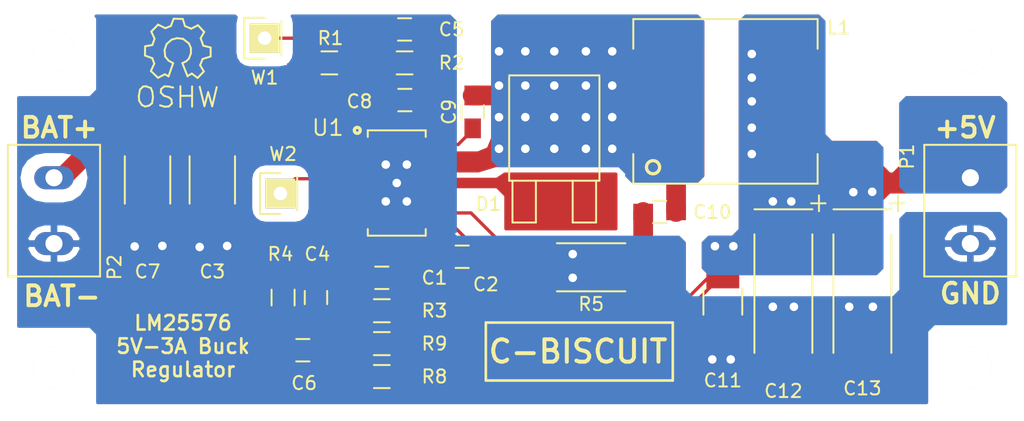
<source format=kicad_pcb>
(kicad_pcb (version 4) (host pcbnew 0.201602020917+6532~42~ubuntu15.04.1-product)

  (general
    (links 55)
    (no_connects 0)
    (area 31.499999 61.899999 109.300001 93.900001)
    (thickness 1.6)
    (drawings 14)
    (tracks 272)
    (zones 0)
    (modules 32)
    (nets 17)
  )

  (page A4)
  (layers
    (0 F.Cu signal)
    (31 B.Cu signal)
    (32 B.Adhes user)
    (33 F.Adhes user)
    (34 B.Paste user)
    (35 F.Paste user)
    (36 B.SilkS user)
    (37 F.SilkS user)
    (38 B.Mask user)
    (39 F.Mask user)
    (40 Dwgs.User user)
    (41 Cmts.User user)
    (42 Eco1.User user)
    (43 Eco2.User user)
    (44 Edge.Cuts user)
    (45 Margin user)
    (46 B.CrtYd user)
    (47 F.CrtYd user)
    (48 B.Fab user)
    (49 F.Fab user hide)
  )

  (setup
    (last_trace_width 1.5)
    (user_trace_width 0.5)
    (user_trace_width 1)
    (user_trace_width 1.5)
    (trace_clearance 0.2)
    (zone_clearance 0.25)
    (zone_45_only yes)
    (trace_min 0.2)
    (segment_width 0.2)
    (edge_width 0.15)
    (via_size 0.6)
    (via_drill 0.4)
    (via_min_size 0.4)
    (via_min_drill 0.3)
    (user_via 1 0.65)
    (uvia_size 0.3)
    (uvia_drill 0.1)
    (uvias_allowed no)
    (uvia_min_size 0.2)
    (uvia_min_drill 0.1)
    (pcb_text_width 0.3)
    (pcb_text_size 1.5 1.5)
    (mod_edge_width 0.15)
    (mod_text_size 1 1)
    (mod_text_width 0.15)
    (pad_size 3.2 3.2)
    (pad_drill 3.2)
    (pad_to_mask_clearance 0.2)
    (aux_axis_origin 0 0)
    (visible_elements FFFFFFFF)
    (pcbplotparams
      (layerselection 0x00030_ffffffff)
      (usegerberextensions false)
      (excludeedgelayer true)
      (linewidth 0.100000)
      (plotframeref false)
      (viasonmask false)
      (mode 1)
      (useauxorigin false)
      (hpglpennumber 1)
      (hpglpenspeed 20)
      (hpglpendiameter 15)
      (hpglpenoverlay 2)
      (psnegative false)
      (psa4output false)
      (plotreference true)
      (plotvalue true)
      (plotinvisibletext false)
      (padsonsilk false)
      (subtractmaskfromsilk false)
      (outputformat 1)
      (mirror false)
      (drillshape 1)
      (scaleselection 1)
      (outputdirectory ""))
  )

  (net 0 "")
  (net 1 GND)
  (net 2 /BAT_IN)
  (net 3 "Net-(C6-Pad1)")
  (net 4 "Net-(C10-Pad1)")
  (net 5 +5V)
  (net 6 /RAMP)
  (net 7 /SS)
  (net 8 /COMP)
  (net 9 /FB)
  (net 10 /SD)
  (net 11 /VCC)
  (net 12 /SW)
  (net 13 /BST)
  (net 14 /IS)
  (net 15 /RT)
  (net 16 /SYNC)

  (net_class Default "This is the default net class."
    (clearance 0.2)
    (trace_width 0.25)
    (via_dia 0.6)
    (via_drill 0.4)
    (uvia_dia 0.3)
    (uvia_drill 0.1)
    (add_net +5V)
    (add_net /BAT_IN)
    (add_net /BST)
    (add_net /COMP)
    (add_net /FB)
    (add_net /IS)
    (add_net /RAMP)
    (add_net /RT)
    (add_net /SD)
    (add_net /SS)
    (add_net /SW)
    (add_net /SYNC)
    (add_net /VCC)
    (add_net GND)
    (add_net "Net-(C10-Pad1)")
    (add_net "Net-(C6-Pad1)")
  )

  (module Mounting_Holes:MountingHole_3mm (layer F.Cu) (tedit 56BE2FE7) (tstamp 56BE2ED1)
    (at 35.6 89.8)
    (descr "Mounting hole, Befestigungsbohrung, 3mm, No Annular, Kein Restring,")
    (tags "Mounting hole, Befestigungsbohrung, 3mm, No Annular, Kein Restring,")
    (fp_text reference REF** (at 6.6 0.8) (layer F.SilkS) hide
      (effects (font (size 1 1) (thickness 0.15)))
    )
    (fp_text value MountingHole_3mm (at 7.8 -0.4) (layer F.Fab)
      (effects (font (size 1 1) (thickness 0.15)))
    )
    (fp_circle (center 0 0) (end 3 0) (layer Cmts.User) (width 0.381))
    (pad "" np_thru_hole circle (at 0 0) (size 3.2 3.2) (drill 3.2) (layers *.Cu *.Mask F.SilkS))
  )

  (module Mounting_Holes:MountingHole_3mm (layer F.Cu) (tedit 56BE2FEA) (tstamp 56BE2ECB)
    (at 35.6 65.8)
    (descr "Mounting hole, Befestigungsbohrung, 3mm, No Annular, Kein Restring,")
    (tags "Mounting hole, Befestigungsbohrung, 3mm, No Annular, Kein Restring,")
    (fp_text reference REF** (at -0.2 -0.2) (layer F.SilkS) hide
      (effects (font (size 1 1) (thickness 0.15)))
    )
    (fp_text value MountingHole_3mm (at 7.2 2.2) (layer F.Fab)
      (effects (font (size 1 1) (thickness 0.15)))
    )
    (fp_circle (center 0 0) (end 3 0) (layer Cmts.User) (width 0.381))
    (pad "" np_thru_hole circle (at 0 0) (size 3.2 3.2) (drill 3.2) (layers *.Cu *.Mask F.SilkS))
  )

  (module Mounting_Holes:MountingHole_3mm (layer F.Cu) (tedit 56BE2FE2) (tstamp 56BE2E40)
    (at 105.2 89.8)
    (descr "Mounting hole, Befestigungsbohrung, 3mm, No Annular, Kein Restring,")
    (tags "Mounting hole, Befestigungsbohrung, 3mm, No Annular, Kein Restring,")
    (fp_text reference REF** (at 0 -4.0005) (layer F.SilkS) hide
      (effects (font (size 1 1) (thickness 0.15)))
    )
    (fp_text value MountingHole_3mm (at -4.8 1.6) (layer F.Fab)
      (effects (font (size 1 1) (thickness 0.15)))
    )
    (fp_circle (center 0 0) (end 3 0) (layer Cmts.User) (width 0.381))
    (pad "" np_thru_hole circle (at 0 0) (size 3.2 3.2) (drill 3.2) (layers *.Cu *.Mask F.SilkS))
  )

  (module C-BISCUIT:Inductor_EB_DR127 (layer F.Cu) (tedit 56AEA0DA) (tstamp 56AE8670)
    (at 81.6 69.6)
    (descr http://www.cooperindustries.com/content/dam/public/bussmann/Electronics/Resources/product-datasheets/Bus_Elx_DS_4315_DR_Series.pdf)
    (tags inductor)
    (path /56A66401)
    (attr smd)
    (fp_text reference L1 (at 13.6 -5.6 180) (layer F.SilkS)
      (effects (font (size 1 1) (thickness 0.15)))
    )
    (fp_text value 33uH (at 5 7.62) (layer F.Fab)
      (effects (font (size 1 1) (thickness 0.15)))
    )
    (fp_circle (center -0.5 5) (end 0 5) (layer F.SilkS) (width 0.25))
    (fp_line (start -2 -4) (end -2 -6.25) (layer F.SilkS) (width 0.15))
    (fp_line (start -2.002082 -6.25) (end 12.002231 -6.25) (layer F.SilkS) (width 0.15))
    (fp_line (start 12 -6.25) (end 12 -4) (layer F.SilkS) (width 0.15))
    (fp_line (start 12.002231 6.25) (end -2.002082 6.25) (layer F.SilkS) (width 0.15))
    (fp_text user "" (at 0 0) (layer F.SilkS)
      (effects (font (size 1 1) (thickness 0.15)))
    )
    (fp_text user "" (at 0 0) (layer F.SilkS)
      (effects (font (size 1 1) (thickness 0.15)))
    )
    (fp_line (start -2 6.25) (end -2 4) (layer F.SilkS) (width 0.15))
    (fp_line (start 12 4) (end 12 6.25) (layer F.SilkS) (width 0.15))
    (pad 1 smd rect (at 0 0) (size 3.85 5.5) (layers F.Cu F.Paste F.Mask)
      (net 12 /SW))
    (pad 2 smd rect (at 9.95 0) (size 3.85 5.5) (layers F.Cu F.Paste F.Mask)
      (net 5 +5V))
  )

  (module Capacitors_SMD:C_0805_HandSoldering (layer F.Cu) (tedit 541A9B8D) (tstamp 56AE85C5)
    (at 60.5 83 180)
    (descr "Capacitor SMD 0805, hand soldering")
    (tags "capacitor 0805")
    (path /56AEB421)
    (attr smd)
    (fp_text reference C1 (at -4 0 180) (layer F.SilkS)
      (effects (font (size 1 1) (thickness 0.15)))
    )
    (fp_text value 330pF (at -5 0 180) (layer F.Fab)
      (effects (font (size 1 1) (thickness 0.15)))
    )
    (fp_line (start -2.3 -1) (end 2.3 -1) (layer F.CrtYd) (width 0.05))
    (fp_line (start -2.3 1) (end 2.3 1) (layer F.CrtYd) (width 0.05))
    (fp_line (start -2.3 -1) (end -2.3 1) (layer F.CrtYd) (width 0.05))
    (fp_line (start 2.3 -1) (end 2.3 1) (layer F.CrtYd) (width 0.05))
    (fp_line (start 0.5 -0.85) (end -0.5 -0.85) (layer F.SilkS) (width 0.15))
    (fp_line (start -0.5 0.85) (end 0.5 0.85) (layer F.SilkS) (width 0.15))
    (pad 1 smd rect (at -1.25 0 180) (size 1.5 1.25) (layers F.Cu F.Paste F.Mask)
      (net 1 GND))
    (pad 2 smd rect (at 1.25 0 180) (size 1.5 1.25) (layers F.Cu F.Paste F.Mask)
      (net 6 /RAMP))
    (model Capacitors_SMD.3dshapes/C_0805_HandSoldering.wrl
      (at (xyz 0 0 0))
      (scale (xyz 1 1 1))
      (rotate (xyz 0 0 0))
    )
  )

  (module Capacitors_SMD:C_0805_HandSoldering (layer F.Cu) (tedit 541A9B8D) (tstamp 56AE85D1)
    (at 66.6 81.4 180)
    (descr "Capacitor SMD 0805, hand soldering")
    (tags "capacitor 0805")
    (path /56A6DDC3)
    (attr smd)
    (fp_text reference C2 (at -1.8 -2.1 180) (layer F.SilkS)
      (effects (font (size 1 1) (thickness 0.15)))
    )
    (fp_text value 0.01uF (at 0 2.1 180) (layer F.Fab)
      (effects (font (size 1 1) (thickness 0.15)))
    )
    (fp_line (start -2.3 -1) (end 2.3 -1) (layer F.CrtYd) (width 0.05))
    (fp_line (start -2.3 1) (end 2.3 1) (layer F.CrtYd) (width 0.05))
    (fp_line (start -2.3 -1) (end -2.3 1) (layer F.CrtYd) (width 0.05))
    (fp_line (start 2.3 -1) (end 2.3 1) (layer F.CrtYd) (width 0.05))
    (fp_line (start 0.5 -0.85) (end -0.5 -0.85) (layer F.SilkS) (width 0.15))
    (fp_line (start -0.5 0.85) (end 0.5 0.85) (layer F.SilkS) (width 0.15))
    (pad 1 smd rect (at -1.25 0 180) (size 1.5 1.25) (layers F.Cu F.Paste F.Mask)
      (net 7 /SS))
    (pad 2 smd rect (at 1.25 0 180) (size 1.5 1.25) (layers F.Cu F.Paste F.Mask)
      (net 1 GND))
    (model Capacitors_SMD.3dshapes/C_0805_HandSoldering.wrl
      (at (xyz 0 0 0))
      (scale (xyz 1 1 1))
      (rotate (xyz 0 0 0))
    )
  )

  (module Capacitors_SMD:C_1812_HandSoldering (layer F.Cu) (tedit 56AE8A13) (tstamp 56AE85DD)
    (at 47.625 75.565 270)
    (descr "Capacitor SMD 1812, hand soldering")
    (tags "capacitor 1812")
    (path /56A74406)
    (attr smd)
    (fp_text reference C3 (at 6.96 0 360) (layer F.SilkS)
      (effects (font (size 1 1) (thickness 0.15)))
    )
    (fp_text value 2.2uF (at 0 3 270) (layer F.Fab) hide
      (effects (font (size 1 1) (thickness 0.15)))
    )
    (fp_line (start -4.3 -1.85) (end 4.3 -1.85) (layer F.CrtYd) (width 0.05))
    (fp_line (start -4.3 1.85) (end 4.3 1.85) (layer F.CrtYd) (width 0.05))
    (fp_line (start -4.3 -1.85) (end -4.3 1.85) (layer F.CrtYd) (width 0.05))
    (fp_line (start 4.3 -1.85) (end 4.3 1.85) (layer F.CrtYd) (width 0.05))
    (fp_line (start 1.8 -1.725) (end -1.8 -1.725) (layer F.SilkS) (width 0.15))
    (fp_line (start -1.8 1.725) (end 1.8 1.725) (layer F.SilkS) (width 0.15))
    (pad 1 smd rect (at -2.9 0 270) (size 2.2 3) (layers F.Cu F.Paste F.Mask)
      (net 2 /BAT_IN))
    (pad 2 smd rect (at 2.9 0 270) (size 2.2 3) (layers F.Cu F.Paste F.Mask)
      (net 1 GND))
    (model Capacitors_SMD.3dshapes/C_1812_HandSoldering.wrl
      (at (xyz 0 0 0))
      (scale (xyz 1 1 1))
      (rotate (xyz 0 0 0))
    )
  )

  (module Capacitors_SMD:C_0805_HandSoldering (layer F.Cu) (tedit 541A9B8D) (tstamp 56AE85E9)
    (at 55.5 84.5 270)
    (descr "Capacitor SMD 0805, hand soldering")
    (tags "capacitor 0805")
    (path /56A6D797)
    (attr smd)
    (fp_text reference C4 (at -3.3 -0.1 540) (layer F.SilkS)
      (effects (font (size 1 1) (thickness 0.15)))
    )
    (fp_text value DNP (at -4 2.5 270) (layer F.Fab)
      (effects (font (size 1 1) (thickness 0.15)))
    )
    (fp_line (start -2.3 -1) (end 2.3 -1) (layer F.CrtYd) (width 0.05))
    (fp_line (start -2.3 1) (end 2.3 1) (layer F.CrtYd) (width 0.05))
    (fp_line (start -2.3 -1) (end -2.3 1) (layer F.CrtYd) (width 0.05))
    (fp_line (start 2.3 -1) (end 2.3 1) (layer F.CrtYd) (width 0.05))
    (fp_line (start 0.5 -0.85) (end -0.5 -0.85) (layer F.SilkS) (width 0.15))
    (fp_line (start -0.5 0.85) (end 0.5 0.85) (layer F.SilkS) (width 0.15))
    (pad 1 smd rect (at -1.25 0 270) (size 1.5 1.25) (layers F.Cu F.Paste F.Mask)
      (net 8 /COMP))
    (pad 2 smd rect (at 1.25 0 270) (size 1.5 1.25) (layers F.Cu F.Paste F.Mask)
      (net 9 /FB))
    (model Capacitors_SMD.3dshapes/C_0805_HandSoldering.wrl
      (at (xyz 0 0 0))
      (scale (xyz 1 1 1))
      (rotate (xyz 0 0 0))
    )
  )

  (module Capacitors_SMD:C_0805_HandSoldering (layer F.Cu) (tedit 541A9B8D) (tstamp 56AE85F5)
    (at 62.23 64.135)
    (descr "Capacitor SMD 0805, hand soldering")
    (tags "capacitor 0805")
    (path /56A73267)
    (attr smd)
    (fp_text reference C5 (at 3.57 0) (layer F.SilkS)
      (effects (font (size 1 1) (thickness 0.15)))
    )
    (fp_text value DNP (at 4.445 0) (layer F.Fab)
      (effects (font (size 1 1) (thickness 0.15)))
    )
    (fp_line (start -2.3 -1) (end 2.3 -1) (layer F.CrtYd) (width 0.05))
    (fp_line (start -2.3 1) (end 2.3 1) (layer F.CrtYd) (width 0.05))
    (fp_line (start -2.3 -1) (end -2.3 1) (layer F.CrtYd) (width 0.05))
    (fp_line (start 2.3 -1) (end 2.3 1) (layer F.CrtYd) (width 0.05))
    (fp_line (start 0.5 -0.85) (end -0.5 -0.85) (layer F.SilkS) (width 0.15))
    (fp_line (start -0.5 0.85) (end 0.5 0.85) (layer F.SilkS) (width 0.15))
    (pad 1 smd rect (at -1.25 0) (size 1.5 1.25) (layers F.Cu F.Paste F.Mask)
      (net 10 /SD))
    (pad 2 smd rect (at 1.25 0) (size 1.5 1.25) (layers F.Cu F.Paste F.Mask)
      (net 1 GND))
    (model Capacitors_SMD.3dshapes/C_0805_HandSoldering.wrl
      (at (xyz 0 0 0))
      (scale (xyz 1 1 1))
      (rotate (xyz 0 0 0))
    )
  )

  (module Capacitors_SMD:C_0805_HandSoldering (layer F.Cu) (tedit 541A9B8D) (tstamp 56AE8601)
    (at 54.5 88.5)
    (descr "Capacitor SMD 0805, hand soldering")
    (tags "capacitor 0805")
    (path /56A6CF2B)
    (attr smd)
    (fp_text reference C6 (at 0.1 2.5 180) (layer F.SilkS)
      (effects (font (size 1 1) (thickness 0.15)))
    )
    (fp_text value 0.01uF (at -1.5 -5.5) (layer F.Fab)
      (effects (font (size 1 1) (thickness 0.15)))
    )
    (fp_line (start -2.3 -1) (end 2.3 -1) (layer F.CrtYd) (width 0.05))
    (fp_line (start -2.3 1) (end 2.3 1) (layer F.CrtYd) (width 0.05))
    (fp_line (start -2.3 -1) (end -2.3 1) (layer F.CrtYd) (width 0.05))
    (fp_line (start 2.3 -1) (end 2.3 1) (layer F.CrtYd) (width 0.05))
    (fp_line (start 0.5 -0.85) (end -0.5 -0.85) (layer F.SilkS) (width 0.15))
    (fp_line (start -0.5 0.85) (end 0.5 0.85) (layer F.SilkS) (width 0.15))
    (pad 1 smd rect (at -1.25 0) (size 1.5 1.25) (layers F.Cu F.Paste F.Mask)
      (net 3 "Net-(C6-Pad1)"))
    (pad 2 smd rect (at 1.25 0) (size 1.5 1.25) (layers F.Cu F.Paste F.Mask)
      (net 9 /FB))
    (model Capacitors_SMD.3dshapes/C_0805_HandSoldering.wrl
      (at (xyz 0 0 0))
      (scale (xyz 1 1 1))
      (rotate (xyz 0 0 0))
    )
  )

  (module Capacitors_SMD:C_1812_HandSoldering (layer F.Cu) (tedit 56AE8A17) (tstamp 56AE860D)
    (at 42.705 75.565 270)
    (descr "Capacitor SMD 1812, hand soldering")
    (tags "capacitor 1812")
    (path /56A744A6)
    (attr smd)
    (fp_text reference C7 (at 6.96 0 540) (layer F.SilkS)
      (effects (font (size 1 1) (thickness 0.15)))
    )
    (fp_text value 2.2uF (at 0 3 270) (layer F.Fab) hide
      (effects (font (size 1 1) (thickness 0.15)))
    )
    (fp_line (start -4.3 -1.85) (end 4.3 -1.85) (layer F.CrtYd) (width 0.05))
    (fp_line (start -4.3 1.85) (end 4.3 1.85) (layer F.CrtYd) (width 0.05))
    (fp_line (start -4.3 -1.85) (end -4.3 1.85) (layer F.CrtYd) (width 0.05))
    (fp_line (start 4.3 -1.85) (end 4.3 1.85) (layer F.CrtYd) (width 0.05))
    (fp_line (start 1.8 -1.725) (end -1.8 -1.725) (layer F.SilkS) (width 0.15))
    (fp_line (start -1.8 1.725) (end 1.8 1.725) (layer F.SilkS) (width 0.15))
    (pad 1 smd rect (at -2.9 0 270) (size 2.2 3) (layers F.Cu F.Paste F.Mask)
      (net 2 /BAT_IN))
    (pad 2 smd rect (at 2.9 0 270) (size 2.2 3) (layers F.Cu F.Paste F.Mask)
      (net 1 GND))
    (model Capacitors_SMD.3dshapes/C_1812_HandSoldering.wrl
      (at (xyz 0 0 0))
      (scale (xyz 1 1 1))
      (rotate (xyz 0 0 0))
    )
  )

  (module Capacitors_SMD:C_0805_HandSoldering (layer F.Cu) (tedit 541A9B8D) (tstamp 56AE8619)
    (at 62.25 69.5)
    (descr "Capacitor SMD 0805, hand soldering")
    (tags "capacitor 0805")
    (path /56A671DA)
    (attr smd)
    (fp_text reference C8 (at -3.45 0.1) (layer F.SilkS)
      (effects (font (size 1 1) (thickness 0.15)))
    )
    (fp_text value 0.47uF (at 5.5 0) (layer F.Fab)
      (effects (font (size 1 1) (thickness 0.15)))
    )
    (fp_line (start -2.3 -1) (end 2.3 -1) (layer F.CrtYd) (width 0.05))
    (fp_line (start -2.3 1) (end 2.3 1) (layer F.CrtYd) (width 0.05))
    (fp_line (start -2.3 -1) (end -2.3 1) (layer F.CrtYd) (width 0.05))
    (fp_line (start 2.3 -1) (end 2.3 1) (layer F.CrtYd) (width 0.05))
    (fp_line (start 0.5 -0.85) (end -0.5 -0.85) (layer F.SilkS) (width 0.15))
    (fp_line (start -0.5 0.85) (end 0.5 0.85) (layer F.SilkS) (width 0.15))
    (pad 1 smd rect (at -1.25 0) (size 1.5 1.25) (layers F.Cu F.Paste F.Mask)
      (net 11 /VCC))
    (pad 2 smd rect (at 1.25 0) (size 1.5 1.25) (layers F.Cu F.Paste F.Mask)
      (net 1 GND))
    (model Capacitors_SMD.3dshapes/C_0805_HandSoldering.wrl
      (at (xyz 0 0 0))
      (scale (xyz 1 1 1))
      (rotate (xyz 0 0 0))
    )
  )

  (module Capacitors_SMD:C_0805_HandSoldering (layer F.Cu) (tedit 541A9B8D) (tstamp 56AE8625)
    (at 67.4 70.4 270)
    (descr "Capacitor SMD 0805, hand soldering")
    (tags "capacitor 0805")
    (path /56A67758)
    (attr smd)
    (fp_text reference C9 (at 0 1.8 270) (layer F.SilkS)
      (effects (font (size 1 1) (thickness 0.15)))
    )
    (fp_text value 0.022uF (at 0 2.1 270) (layer F.Fab)
      (effects (font (size 1 1) (thickness 0.15)))
    )
    (fp_line (start -2.3 -1) (end 2.3 -1) (layer F.CrtYd) (width 0.05))
    (fp_line (start -2.3 1) (end 2.3 1) (layer F.CrtYd) (width 0.05))
    (fp_line (start -2.3 -1) (end -2.3 1) (layer F.CrtYd) (width 0.05))
    (fp_line (start 2.3 -1) (end 2.3 1) (layer F.CrtYd) (width 0.05))
    (fp_line (start 0.5 -0.85) (end -0.5 -0.85) (layer F.SilkS) (width 0.15))
    (fp_line (start -0.5 0.85) (end 0.5 0.85) (layer F.SilkS) (width 0.15))
    (pad 1 smd rect (at -1.25 0 270) (size 1.5 1.25) (layers F.Cu F.Paste F.Mask)
      (net 12 /SW))
    (pad 2 smd rect (at 1.25 0 270) (size 1.5 1.25) (layers F.Cu F.Paste F.Mask)
      (net 13 /BST))
    (model Capacitors_SMD.3dshapes/C_0805_HandSoldering.wrl
      (at (xyz 0 0 0))
      (scale (xyz 1 1 1))
      (rotate (xyz 0 0 0))
    )
  )

  (module Capacitors_SMD:C_0805_HandSoldering (layer F.Cu) (tedit 541A9B8D) (tstamp 56AE8631)
    (at 81.6 78)
    (descr "Capacitor SMD 0805, hand soldering")
    (tags "capacitor 0805")
    (path /56A68767)
    (attr smd)
    (fp_text reference C10 (at 4 0) (layer F.SilkS)
      (effects (font (size 1 1) (thickness 0.15)))
    )
    (fp_text value 330pF (at 0 2.1) (layer F.Fab)
      (effects (font (size 1 1) (thickness 0.15)))
    )
    (fp_line (start -2.3 -1) (end 2.3 -1) (layer F.CrtYd) (width 0.05))
    (fp_line (start -2.3 1) (end 2.3 1) (layer F.CrtYd) (width 0.05))
    (fp_line (start -2.3 -1) (end -2.3 1) (layer F.CrtYd) (width 0.05))
    (fp_line (start 2.3 -1) (end 2.3 1) (layer F.CrtYd) (width 0.05))
    (fp_line (start 0.5 -0.85) (end -0.5 -0.85) (layer F.SilkS) (width 0.15))
    (fp_line (start -0.5 0.85) (end 0.5 0.85) (layer F.SilkS) (width 0.15))
    (pad 1 smd rect (at -1.25 0) (size 1.5 1.25) (layers F.Cu F.Paste F.Mask)
      (net 4 "Net-(C10-Pad1)"))
    (pad 2 smd rect (at 1.25 0) (size 1.5 1.25) (layers F.Cu F.Paste F.Mask)
      (net 12 /SW))
    (model Capacitors_SMD.3dshapes/C_0805_HandSoldering.wrl
      (at (xyz 0 0 0))
      (scale (xyz 1 1 1))
      (rotate (xyz 0 0 0))
    )
  )

  (module Capacitors_SMD:C_1210_HandSoldering (layer F.Cu) (tedit 541A9C39) (tstamp 56AE863D)
    (at 86.4 84.8 270)
    (descr "Capacitor SMD 1210, hand soldering")
    (tags "capacitor 1210")
    (path /56A69E44)
    (attr smd)
    (fp_text reference C11 (at 6 0 360) (layer F.SilkS)
      (effects (font (size 1 1) (thickness 0.15)))
    )
    (fp_text value 22uF (at 0.2 5 270) (layer F.Fab)
      (effects (font (size 1 1) (thickness 0.15)))
    )
    (fp_line (start -3.3 -1.6) (end 3.3 -1.6) (layer F.CrtYd) (width 0.05))
    (fp_line (start -3.3 1.6) (end 3.3 1.6) (layer F.CrtYd) (width 0.05))
    (fp_line (start -3.3 -1.6) (end -3.3 1.6) (layer F.CrtYd) (width 0.05))
    (fp_line (start 3.3 -1.6) (end 3.3 1.6) (layer F.CrtYd) (width 0.05))
    (fp_line (start 1 -1.475) (end -1 -1.475) (layer F.SilkS) (width 0.15))
    (fp_line (start -1 1.475) (end 1 1.475) (layer F.SilkS) (width 0.15))
    (pad 1 smd rect (at -2 0 270) (size 2 2.5) (layers F.Cu F.Paste F.Mask)
      (net 5 +5V))
    (pad 2 smd rect (at 2 0 270) (size 2 2.5) (layers F.Cu F.Paste F.Mask)
      (net 1 GND))
    (model Capacitors_SMD.3dshapes/C_1210_HandSoldering.wrl
      (at (xyz 0 0 0))
      (scale (xyz 1 1 1))
      (rotate (xyz 0 0 0))
    )
  )

  (module Capacitors_Tantalum_SMD:TantalC_SizeD_EIA-7343_HandSoldering (layer F.Cu) (tedit 56AE9C39) (tstamp 56AE8649)
    (at 91 84.2 270)
    (descr "Tantal Cap. , Size D, EIA-7343, Hand Soldering,")
    (tags "Tantal Cap. , Size D, EIA-7343, Hand Soldering,")
    (path /56A69EAC)
    (attr smd)
    (fp_text reference C12 (at 7.4 0 360) (layer F.SilkS)
      (effects (font (size 1 1) (thickness 0.15)))
    )
    (fp_text value 150uF (at -0.09906 3.59918 270) (layer F.Fab)
      (effects (font (size 1 1) (thickness 0.15)))
    )
    (fp_line (start -6.40334 -2.19964) (end -6.40334 2.19964) (layer F.SilkS) (width 0.15))
    (fp_line (start -4.50088 2.19964) (end 4.50088 2.19964) (layer F.SilkS) (width 0.15))
    (fp_line (start 4.50088 -2.19964) (end -4.50088 -2.19964) (layer F.SilkS) (width 0.15))
    (fp_text user + (at -8.61126 -1 270) (layer F.SilkS) hide
      (effects (font (size 1 1) (thickness 0.15)))
    )
    (fp_line (start -6.858 -3.20294) (end -6.858 -2.10312) (layer F.SilkS) (width 0.15))
    (fp_line (start -7.45744 -2.70256) (end -6.25856 -2.70256) (layer F.SilkS) (width 0.15))
    (pad 2 smd rect (at 3.88874 0 270) (size 4.0005 2.70002) (layers F.Cu F.Paste F.Mask)
      (net 1 GND))
    (pad 1 smd rect (at -3.88874 0 270) (size 4.0005 2.70002) (layers F.Cu F.Paste F.Mask)
      (net 5 +5V))
    (model Capacitors_Tantalum_SMD.3dshapes/TantalC_SizeD_EIA-7343_HandSoldering.wrl
      (at (xyz 0 0 0))
      (scale (xyz 1 1 1))
      (rotate (xyz 0 0 180))
    )
  )

  (module TO_SOT_Packages_SMD:TO-252-2Lead (layer F.Cu) (tedit 56BE1FE6) (tstamp 56AE8650)
    (at 73.6 77.15)
    (descr "DPAK / TO-252 2-lead smd package")
    (tags "dpak TO-252")
    (path /56A670B7)
    (attr smd)
    (fp_text reference D1 (at -5 0.25) (layer F.SilkS)
      (effects (font (size 1 1) (thickness 0.15)))
    )
    (fp_text value CSHD6-60C (at 0 -2.413) (layer F.Fab)
      (effects (font (size 1 1) (thickness 0.15)))
    )
    (fp_line (start 1.397 -1.524) (end 1.397 1.651) (layer F.SilkS) (width 0.15))
    (fp_line (start 1.397 1.651) (end 3.175 1.651) (layer F.SilkS) (width 0.15))
    (fp_line (start 3.175 1.651) (end 3.175 -1.524) (layer F.SilkS) (width 0.15))
    (fp_line (start -3.175 -1.524) (end -3.175 1.651) (layer F.SilkS) (width 0.15))
    (fp_line (start -3.175 1.651) (end -1.397 1.651) (layer F.SilkS) (width 0.15))
    (fp_line (start -1.397 1.651) (end -1.397 -1.524) (layer F.SilkS) (width 0.15))
    (fp_line (start 3.429 -7.62) (end 3.429 -1.524) (layer F.SilkS) (width 0.15))
    (fp_line (start 3.429 -1.524) (end -3.429 -1.524) (layer F.SilkS) (width 0.15))
    (fp_line (start -3.429 -1.524) (end -3.429 -9.398) (layer F.SilkS) (width 0.15))
    (fp_line (start -3.429 -9.525) (end 3.429 -9.525) (layer F.SilkS) (width 0.15))
    (fp_line (start 3.429 -9.398) (end 3.429 -7.62) (layer F.SilkS) (width 0.15))
    (pad 1 smd rect (at -2.286 0) (size 1.651 3.048) (layers F.Cu F.Paste F.Mask)
      (net 14 /IS))
    (pad 2 smd rect (at 0 -6.35) (size 6.096 6.096) (layers F.Cu F.Paste F.Mask)
      (net 12 /SW))
    (pad 3 smd rect (at 2.286 0) (size 1.651 3.048) (layers F.Cu F.Paste F.Mask)
      (net 14 /IS))
    (model TO_SOT_Packages_SMD.3dshapes/TO-252-2Lead.wrl
      (at (xyz 0 0 0))
      (scale (xyz 1 1 1))
      (rotate (xyz 0 0 0))
    )
  )

  (module C-BISCUIT:Conn_01x02_5.0mm_Phoenix_1935161 (layer F.Cu) (tedit 56AE7656) (tstamp 56AE8692)
    (at 105.2 75.4 270)
    (path /56AE9A24)
    (attr virtual)
    (fp_text reference P1 (at -1.6 4.8 450) (layer F.SilkS)
      (effects (font (size 1 1) (thickness 0.15)))
    )
    (fp_text value CONN_01X02 (at 2.6 2.4 270) (layer F.Fab)
      (effects (font (size 1 1) (thickness 0.15)))
    )
    (fp_line (start -2.5 3.5) (end 7.5 3.5) (layer F.SilkS) (width 0.15))
    (fp_line (start -2.5 -3.5) (end 7.5 -3.5) (layer F.SilkS) (width 0.15))
    (fp_line (start -2.5 -3.5) (end -2.5 3.5) (layer F.SilkS) (width 0.15))
    (fp_line (start 7.5 -3.5) (end 7.5 3.5) (layer F.SilkS) (width 0.15))
    (pad 1 thru_hole oval (at 0 0 270) (size 1.75 3) (drill 1.3) (layers *.Cu *.Mask)
      (net 5 +5V))
    (pad 2 thru_hole oval (at 5 0 270) (size 1.75 3) (drill 1.3) (layers *.Cu *.Mask)
      (net 1 GND))
  )

  (module C-BISCUIT:Conn_01x02_5.0mm_Phoenix_1935161 (layer F.Cu) (tedit 56AE7656) (tstamp 56AE869C)
    (at 35.6 75.4 270)
    (path /56AF19C8)
    (attr virtual)
    (fp_text reference P2 (at 6.8 -4.6 450) (layer F.SilkS)
      (effects (font (size 1 1) (thickness 0.15)))
    )
    (fp_text value CONN_01X02 (at -1.2 2.2 270) (layer F.Fab)
      (effects (font (size 1 1) (thickness 0.15)))
    )
    (fp_line (start -2.5 3.5) (end 7.5 3.5) (layer F.SilkS) (width 0.15))
    (fp_line (start -2.5 -3.5) (end 7.5 -3.5) (layer F.SilkS) (width 0.15))
    (fp_line (start -2.5 -3.5) (end -2.5 3.5) (layer F.SilkS) (width 0.15))
    (fp_line (start 7.5 -3.5) (end 7.5 3.5) (layer F.SilkS) (width 0.15))
    (pad 1 thru_hole oval (at 0 0 270) (size 1.75 3) (drill 1.3) (layers *.Cu *.Mask)
      (net 2 /BAT_IN))
    (pad 2 thru_hole oval (at 5 0 270) (size 1.75 3) (drill 1.3) (layers *.Cu *.Mask)
      (net 1 GND))
  )

  (module Resistors_SMD:R_0805_HandSoldering (layer F.Cu) (tedit 54189DEE) (tstamp 56AE86A8)
    (at 56.515 66.675)
    (descr "Resistor SMD 0805, hand soldering")
    (tags "resistor 0805")
    (path /56A73122)
    (attr smd)
    (fp_text reference R1 (at 0.085 -1.875) (layer F.SilkS)
      (effects (font (size 1 1) (thickness 0.15)))
    )
    (fp_text value DNP (at -3.81 0) (layer F.Fab)
      (effects (font (size 1 1) (thickness 0.15)))
    )
    (fp_line (start -2.4 -1) (end 2.4 -1) (layer F.CrtYd) (width 0.05))
    (fp_line (start -2.4 1) (end 2.4 1) (layer F.CrtYd) (width 0.05))
    (fp_line (start -2.4 -1) (end -2.4 1) (layer F.CrtYd) (width 0.05))
    (fp_line (start 2.4 -1) (end 2.4 1) (layer F.CrtYd) (width 0.05))
    (fp_line (start 0.6 0.875) (end -0.6 0.875) (layer F.SilkS) (width 0.15))
    (fp_line (start -0.6 -0.875) (end 0.6 -0.875) (layer F.SilkS) (width 0.15))
    (pad 1 smd rect (at -1.35 0) (size 1.5 1.3) (layers F.Cu F.Paste F.Mask)
      (net 2 /BAT_IN))
    (pad 2 smd rect (at 1.35 0) (size 1.5 1.3) (layers F.Cu F.Paste F.Mask)
      (net 10 /SD))
    (model Resistors_SMD.3dshapes/R_0805_HandSoldering.wrl
      (at (xyz 0 0 0))
      (scale (xyz 1 1 1))
      (rotate (xyz 0 0 0))
    )
  )

  (module Resistors_SMD:R_0805_HandSoldering (layer F.Cu) (tedit 54189DEE) (tstamp 56AE86B4)
    (at 62.23 66.675)
    (descr "Resistor SMD 0805, hand soldering")
    (tags "resistor 0805")
    (path /56A7319F)
    (attr smd)
    (fp_text reference R2 (at 3.57 0) (layer F.SilkS)
      (effects (font (size 1 1) (thickness 0.15)))
    )
    (fp_text value DNP (at 4.445 0) (layer F.Fab)
      (effects (font (size 1 1) (thickness 0.15)))
    )
    (fp_line (start -2.4 -1) (end 2.4 -1) (layer F.CrtYd) (width 0.05))
    (fp_line (start -2.4 1) (end 2.4 1) (layer F.CrtYd) (width 0.05))
    (fp_line (start -2.4 -1) (end -2.4 1) (layer F.CrtYd) (width 0.05))
    (fp_line (start 2.4 -1) (end 2.4 1) (layer F.CrtYd) (width 0.05))
    (fp_line (start 0.6 0.875) (end -0.6 0.875) (layer F.SilkS) (width 0.15))
    (fp_line (start -0.6 -0.875) (end 0.6 -0.875) (layer F.SilkS) (width 0.15))
    (pad 1 smd rect (at -1.35 0) (size 1.5 1.3) (layers F.Cu F.Paste F.Mask)
      (net 10 /SD))
    (pad 2 smd rect (at 1.35 0) (size 1.5 1.3) (layers F.Cu F.Paste F.Mask)
      (net 1 GND))
    (model Resistors_SMD.3dshapes/R_0805_HandSoldering.wrl
      (at (xyz 0 0 0))
      (scale (xyz 1 1 1))
      (rotate (xyz 0 0 0))
    )
  )

  (module Resistors_SMD:R_0805_HandSoldering (layer F.Cu) (tedit 54189DEE) (tstamp 56AE86C0)
    (at 60.5 85.5)
    (descr "Resistor SMD 0805, hand soldering")
    (tags "resistor 0805")
    (path /56A6DE34)
    (attr smd)
    (fp_text reference R3 (at 4 0) (layer F.SilkS)
      (effects (font (size 1 1) (thickness 0.15)))
    )
    (fp_text value 20.5K (at 5.5 0.5) (layer F.Fab)
      (effects (font (size 1 1) (thickness 0.15)))
    )
    (fp_line (start -2.4 -1) (end 2.4 -1) (layer F.CrtYd) (width 0.05))
    (fp_line (start -2.4 1) (end 2.4 1) (layer F.CrtYd) (width 0.05))
    (fp_line (start -2.4 -1) (end -2.4 1) (layer F.CrtYd) (width 0.05))
    (fp_line (start 2.4 -1) (end 2.4 1) (layer F.CrtYd) (width 0.05))
    (fp_line (start 0.6 0.875) (end -0.6 0.875) (layer F.SilkS) (width 0.15))
    (fp_line (start -0.6 -0.875) (end 0.6 -0.875) (layer F.SilkS) (width 0.15))
    (pad 1 smd rect (at -1.35 0) (size 1.5 1.3) (layers F.Cu F.Paste F.Mask)
      (net 15 /RT))
    (pad 2 smd rect (at 1.35 0) (size 1.5 1.3) (layers F.Cu F.Paste F.Mask)
      (net 1 GND))
    (model Resistors_SMD.3dshapes/R_0805_HandSoldering.wrl
      (at (xyz 0 0 0))
      (scale (xyz 1 1 1))
      (rotate (xyz 0 0 0))
    )
  )

  (module Resistors_SMD:R_0805_HandSoldering (layer F.Cu) (tedit 54189DEE) (tstamp 56AE86CC)
    (at 53 84.5 270)
    (descr "Resistor SMD 0805, hand soldering")
    (tags "resistor 0805")
    (path /56A6D01C)
    (attr smd)
    (fp_text reference R4 (at -3.3 0.2 360) (layer F.SilkS)
      (effects (font (size 1 1) (thickness 0.15)))
    )
    (fp_text value 49.9K (at 1.5 -3.5 270) (layer F.Fab)
      (effects (font (size 1 1) (thickness 0.15)))
    )
    (fp_line (start -2.4 -1) (end 2.4 -1) (layer F.CrtYd) (width 0.05))
    (fp_line (start -2.4 1) (end 2.4 1) (layer F.CrtYd) (width 0.05))
    (fp_line (start -2.4 -1) (end -2.4 1) (layer F.CrtYd) (width 0.05))
    (fp_line (start 2.4 -1) (end 2.4 1) (layer F.CrtYd) (width 0.05))
    (fp_line (start 0.6 0.875) (end -0.6 0.875) (layer F.SilkS) (width 0.15))
    (fp_line (start -0.6 -0.875) (end 0.6 -0.875) (layer F.SilkS) (width 0.15))
    (pad 1 smd rect (at -1.35 0 270) (size 1.5 1.3) (layers F.Cu F.Paste F.Mask)
      (net 8 /COMP))
    (pad 2 smd rect (at 1.35 0 270) (size 1.5 1.3) (layers F.Cu F.Paste F.Mask)
      (net 3 "Net-(C6-Pad1)"))
    (model Resistors_SMD.3dshapes/R_0805_HandSoldering.wrl
      (at (xyz 0 0 0))
      (scale (xyz 1 1 1))
      (rotate (xyz 0 0 0))
    )
  )

  (module Resistors_SMD:R_2512_HandSoldering (layer F.Cu) (tedit 5418A1CA) (tstamp 56AE86D8)
    (at 76.4 82.2 180)
    (descr "Resistor SMD 2512, hand soldering")
    (tags "resistor 2512")
    (path /56A68883)
    (attr smd)
    (fp_text reference R5 (at 0 -2.8 360) (layer F.SilkS)
      (effects (font (size 1 1) (thickness 0.15)))
    )
    (fp_text value 10 (at 0 3.1 180) (layer F.Fab)
      (effects (font (size 1 1) (thickness 0.15)))
    )
    (fp_line (start -5.6 -1.95) (end 5.6 -1.95) (layer F.CrtYd) (width 0.05))
    (fp_line (start -5.6 1.95) (end 5.6 1.95) (layer F.CrtYd) (width 0.05))
    (fp_line (start -5.6 -1.95) (end -5.6 1.95) (layer F.CrtYd) (width 0.05))
    (fp_line (start 5.6 -1.95) (end 5.6 1.95) (layer F.CrtYd) (width 0.05))
    (fp_line (start 2.6 1.825) (end -2.6 1.825) (layer F.SilkS) (width 0.15))
    (fp_line (start -2.6 -1.825) (end 2.6 -1.825) (layer F.SilkS) (width 0.15))
    (pad 1 smd rect (at -3.95 0 180) (size 2.7 3.2) (layers F.Cu F.Paste F.Mask)
      (net 4 "Net-(C10-Pad1)"))
    (pad 2 smd rect (at 3.95 0 180) (size 2.7 3.2) (layers F.Cu F.Paste F.Mask)
      (net 1 GND))
    (model Resistors_SMD.3dshapes/R_2512_HandSoldering.wrl
      (at (xyz 0 0 0))
      (scale (xyz 1 1 1))
      (rotate (xyz 0 0 0))
    )
  )

  (module Resistors_SMD:R_0805_HandSoldering (layer F.Cu) (tedit 54189DEE) (tstamp 56AE86FC)
    (at 60.5 90.5 180)
    (descr "Resistor SMD 0805, hand soldering")
    (tags "resistor 0805")
    (path /56A6927D)
    (attr smd)
    (fp_text reference R8 (at -4 0 180) (layer F.SilkS)
      (effects (font (size 1 1) (thickness 0.15)))
    )
    (fp_text value 15.4K (at 0 2.1 180) (layer F.Fab)
      (effects (font (size 1 1) (thickness 0.15)))
    )
    (fp_line (start -2.4 -1) (end 2.4 -1) (layer F.CrtYd) (width 0.05))
    (fp_line (start -2.4 1) (end 2.4 1) (layer F.CrtYd) (width 0.05))
    (fp_line (start -2.4 -1) (end -2.4 1) (layer F.CrtYd) (width 0.05))
    (fp_line (start 2.4 -1) (end 2.4 1) (layer F.CrtYd) (width 0.05))
    (fp_line (start 0.6 0.875) (end -0.6 0.875) (layer F.SilkS) (width 0.15))
    (fp_line (start -0.6 -0.875) (end 0.6 -0.875) (layer F.SilkS) (width 0.15))
    (pad 1 smd rect (at -1.35 0 180) (size 1.5 1.3) (layers F.Cu F.Paste F.Mask)
      (net 5 +5V))
    (pad 2 smd rect (at 1.35 0 180) (size 1.5 1.3) (layers F.Cu F.Paste F.Mask)
      (net 9 /FB))
    (model Resistors_SMD.3dshapes/R_0805_HandSoldering.wrl
      (at (xyz 0 0 0))
      (scale (xyz 1 1 1))
      (rotate (xyz 0 0 0))
    )
  )

  (module Resistors_SMD:R_0805_HandSoldering (layer F.Cu) (tedit 54189DEE) (tstamp 56AE8708)
    (at 60.5 88)
    (descr "Resistor SMD 0805, hand soldering")
    (tags "resistor 0805")
    (path /56A692F4)
    (attr smd)
    (fp_text reference R9 (at 4 0) (layer F.SilkS)
      (effects (font (size 1 1) (thickness 0.15)))
    )
    (fp_text value 4.99K (at 0 2.1) (layer F.Fab)
      (effects (font (size 1 1) (thickness 0.15)))
    )
    (fp_line (start -2.4 -1) (end 2.4 -1) (layer F.CrtYd) (width 0.05))
    (fp_line (start -2.4 1) (end 2.4 1) (layer F.CrtYd) (width 0.05))
    (fp_line (start -2.4 -1) (end -2.4 1) (layer F.CrtYd) (width 0.05))
    (fp_line (start 2.4 -1) (end 2.4 1) (layer F.CrtYd) (width 0.05))
    (fp_line (start 0.6 0.875) (end -0.6 0.875) (layer F.SilkS) (width 0.15))
    (fp_line (start -0.6 -0.875) (end 0.6 -0.875) (layer F.SilkS) (width 0.15))
    (pad 1 smd rect (at -1.35 0) (size 1.5 1.3) (layers F.Cu F.Paste F.Mask)
      (net 9 /FB))
    (pad 2 smd rect (at 1.35 0) (size 1.5 1.3) (layers F.Cu F.Paste F.Mask)
      (net 1 GND))
    (model Resistors_SMD.3dshapes/R_0805_HandSoldering.wrl
      (at (xyz 0 0 0))
      (scale (xyz 1 1 1))
      (rotate (xyz 0 0 0))
    )
  )

  (module C-BISCUIT:SOIC-20-1EP (layer F.Cu) (tedit 56AF83BD) (tstamp 56AE8734)
    (at 61.635 75.8 270)
    (descr http://www.ti.com/lit/ds/symlink/lm25576.pdf)
    (path /56A661D3)
    (fp_text reference U1 (at -4.2 5.235 360) (layer F.SilkS)
      (effects (font (size 1.2 1.2) (thickness 0.15)))
    )
    (fp_text value LM25576 (at 4.6 2.835 360) (layer F.Fab)
      (effects (font (size 1.2 1.2) (thickness 0.15)))
    )
    (fp_circle (center -4 3) (end -4.1 3) (layer F.SilkS) (width 0.25))
    (fp_line (start -4 2.2) (end -4 -2.2) (layer F.SilkS) (width 0.15))
    (fp_line (start -4 -2.2) (end -3.5 -2.2) (layer F.SilkS) (width 0.15))
    (fp_line (start 4 2.2) (end 4 -2.2) (layer F.SilkS) (width 0.15))
    (fp_line (start -3.5 2.2) (end -4 2.2) (layer F.SilkS) (width 0.15))
    (fp_line (start 3.5 -2.2) (end 4 -2.2) (layer F.SilkS) (width 0.15))
    (fp_line (start 4 2.2) (end 3.5 2.2) (layer F.SilkS) (width 0.15))
    (pad 20 smd rect (at -2.925 -2.97 270) (size 0.42 1.78) (layers F.Cu F.Paste F.Mask)
      (net 13 /BST))
    (pad 1 smd rect (at -2.925 2.97 270) (size 0.42 1.78) (layers F.Cu F.Paste F.Mask)
      (net 11 /VCC))
    (pad 19 smd rect (at -2.275 -2.97 270) (size 0.42 1.78) (layers F.Cu F.Paste F.Mask)
      (net 12 /SW))
    (pad 2 smd rect (at -2.275 2.97 270) (size 0.42 1.78) (layers F.Cu F.Paste F.Mask)
      (net 10 /SD))
    (pad 18 smd rect (at -1.625 -2.97 270) (size 0.42 1.78) (layers F.Cu F.Paste F.Mask)
      (net 12 /SW))
    (pad 3 smd rect (at -1.625 2.97 270) (size 0.42 1.78) (layers F.Cu F.Paste F.Mask)
      (net 2 /BAT_IN))
    (pad 17 smd rect (at -0.975 -2.97 270) (size 0.42 1.78) (layers F.Cu F.Paste F.Mask)
      (net 12 /SW))
    (pad 4 smd rect (at -0.975 2.97 270) (size 0.42 1.78) (layers F.Cu F.Paste F.Mask)
      (net 2 /BAT_IN))
    (pad 16 smd rect (at -0.325 -2.97 270) (size 0.42 1.78) (layers F.Cu F.Paste F.Mask)
      (net 14 /IS))
    (pad 5 smd rect (at -0.325 2.97 270) (size 0.42 1.78) (layers F.Cu F.Paste F.Mask)
      (net 16 /SYNC))
    (pad 15 smd rect (at 0.325 -2.97 270) (size 0.42 1.78) (layers F.Cu F.Paste F.Mask)
      (net 14 /IS))
    (pad 6 smd rect (at 0.325 2.97 270) (size 0.42 1.78) (layers F.Cu F.Paste F.Mask)
      (net 8 /COMP))
    (pad 14 smd rect (at 0.975 -2.97 270) (size 0.42 1.78) (layers F.Cu F.Paste F.Mask)
      (net 1 GND))
    (pad 7 smd rect (at 0.975 2.97 270) (size 0.42 1.78) (layers F.Cu F.Paste F.Mask)
      (net 9 /FB))
    (pad 13 smd rect (at 1.625 -2.97 270) (size 0.42 1.78) (layers F.Cu F.Paste F.Mask)
      (net 1 GND))
    (pad 8 smd rect (at 1.625 2.97 270) (size 0.42 1.78) (layers F.Cu F.Paste F.Mask)
      (net 15 /RT))
    (pad 12 smd rect (at 2.275 -2.97 270) (size 0.42 1.78) (layers F.Cu F.Paste F.Mask)
      (net 5 +5V))
    (pad 9 smd rect (at 2.275 2.97 270) (size 0.42 1.78) (layers F.Cu F.Paste F.Mask)
      (net 6 /RAMP))
    (pad 11 smd rect (at 2.925 -2.97 270) (size 0.42 1.78) (layers F.Cu F.Paste F.Mask)
      (net 7 /SS))
    (pad 10 smd rect (at 2.925 2.97 270) (size 0.42 1.78) (layers F.Cu F.Paste F.Mask)
      (net 1 GND))
    (pad EP smd rect (at 0 0 270) (size 4.2 3) (layers F.Cu F.Paste F.Mask))
  )

  (module Socket_Strips:Socket_Strip_Straight_1x01 (layer F.Cu) (tedit 54E9F79C) (tstamp 56AEA438)
    (at 51.6 64.8)
    (descr "Through hole socket strip")
    (tags "socket strip")
    (path /56AF2A2E)
    (fp_text reference W1 (at 0 3) (layer F.SilkS)
      (effects (font (size 1 1) (thickness 0.15)))
    )
    (fp_text value TP (at -4 0.6) (layer F.Fab)
      (effects (font (size 1 1) (thickness 0.15)))
    )
    (fp_line (start -1.75 -1.75) (end -1.75 1.75) (layer F.CrtYd) (width 0.05))
    (fp_line (start 1.75 -1.75) (end 1.75 1.75) (layer F.CrtYd) (width 0.05))
    (fp_line (start -1.75 -1.75) (end 1.75 -1.75) (layer F.CrtYd) (width 0.05))
    (fp_line (start -1.75 1.75) (end 1.75 1.75) (layer F.CrtYd) (width 0.05))
    (fp_line (start 1.27 1.27) (end 1.27 -1.27) (layer F.SilkS) (width 0.15))
    (fp_line (start -1.55 -1.55) (end 0 -1.55) (layer F.SilkS) (width 0.15))
    (fp_line (start -1.55 -1.55) (end -1.55 1.55) (layer F.SilkS) (width 0.15))
    (fp_line (start -1.55 1.55) (end 0 1.55) (layer F.SilkS) (width 0.15))
    (pad 1 thru_hole rect (at 0 0) (size 2.2352 2.2352) (drill 1.016) (layers *.Cu *.Mask F.SilkS)
      (net 10 /SD))
    (model Socket_Strips.3dshapes/Socket_Strip_Straight_1x01.wrl
      (at (xyz 0 0 0))
      (scale (xyz 1 1 1))
      (rotate (xyz 0 0 180))
    )
  )

  (module Socket_Strips:Socket_Strip_Straight_1x01 (layer F.Cu) (tedit 54E9F79C) (tstamp 56AEA445)
    (at 52.8 76.6)
    (descr "Through hole socket strip")
    (tags "socket strip")
    (path /56AF146F)
    (fp_text reference W2 (at 0.2 -3) (layer F.SilkS)
      (effects (font (size 1 1) (thickness 0.15)))
    )
    (fp_text value TP (at 0 -3.1) (layer F.Fab)
      (effects (font (size 1 1) (thickness 0.15)))
    )
    (fp_line (start -1.75 -1.75) (end -1.75 1.75) (layer F.CrtYd) (width 0.05))
    (fp_line (start 1.75 -1.75) (end 1.75 1.75) (layer F.CrtYd) (width 0.05))
    (fp_line (start -1.75 -1.75) (end 1.75 -1.75) (layer F.CrtYd) (width 0.05))
    (fp_line (start -1.75 1.75) (end 1.75 1.75) (layer F.CrtYd) (width 0.05))
    (fp_line (start 1.27 1.27) (end 1.27 -1.27) (layer F.SilkS) (width 0.15))
    (fp_line (start -1.55 -1.55) (end 0 -1.55) (layer F.SilkS) (width 0.15))
    (fp_line (start -1.55 -1.55) (end -1.55 1.55) (layer F.SilkS) (width 0.15))
    (fp_line (start -1.55 1.55) (end 0 1.55) (layer F.SilkS) (width 0.15))
    (pad 1 thru_hole rect (at 0 0) (size 2.2352 2.2352) (drill 1.016) (layers *.Cu *.Mask F.SilkS)
      (net 16 /SYNC))
    (model Socket_Strips.3dshapes/Socket_Strip_Straight_1x01.wrl
      (at (xyz 0 0 0))
      (scale (xyz 1 1 1))
      (rotate (xyz 0 0 180))
    )
  )

  (module Capacitors_Tantalum_SMD:TantalC_SizeD_EIA-7343_HandSoldering (layer F.Cu) (tedit 56AF8733) (tstamp 56AF841D)
    (at 97 84.2 270)
    (descr "Tantal Cap. , Size D, EIA-7343, Hand Soldering,")
    (tags "Tantal Cap. , Size D, EIA-7343, Hand Soldering,")
    (path /56AF7AD0)
    (attr smd)
    (fp_text reference C13 (at 7.2 0 360) (layer F.SilkS)
      (effects (font (size 1 1) (thickness 0.15)))
    )
    (fp_text value 150uF (at 2.2 -6.4 270) (layer F.Fab)
      (effects (font (size 1 1) (thickness 0.15)))
    )
    (fp_line (start -6.40334 -2.19964) (end -6.40334 2.19964) (layer F.SilkS) (width 0.15))
    (fp_line (start -4.50088 2.19964) (end 4.50088 2.19964) (layer F.SilkS) (width 0.15))
    (fp_line (start 4.50088 -2.19964) (end -4.50088 -2.19964) (layer F.SilkS) (width 0.15))
    (fp_text user + (at -6.85546 -2.70002 270) (layer F.SilkS) hide
      (effects (font (size 1 1) (thickness 0.15)))
    )
    (fp_line (start -6.858 -3.20294) (end -6.858 -2.10312) (layer F.SilkS) (width 0.15))
    (fp_line (start -7.45744 -2.70256) (end -6.25856 -2.70256) (layer F.SilkS) (width 0.15))
    (pad 2 smd rect (at 3.88874 0 270) (size 4.0005 2.70002) (layers F.Cu F.Paste F.Mask)
      (net 1 GND))
    (pad 1 smd rect (at -3.88874 0 270) (size 4.0005 2.70002) (layers F.Cu F.Paste F.Mask)
      (net 5 +5V))
    (model Capacitors_Tantalum_SMD.3dshapes/TantalC_SizeD_EIA-7343_HandSoldering.wrl
      (at (xyz 0 0 0))
      (scale (xyz 1 1 1))
      (rotate (xyz 0 0 180))
    )
  )

  (module Mounting_Holes:MountingHole_3mm (layer F.Cu) (tedit 56BE2FD6) (tstamp 56BE2CE9)
    (at 105.2 65.8)
    (descr "Mounting hole, Befestigungsbohrung, 3mm, No Annular, Kein Restring,")
    (tags "Mounting hole, Befestigungsbohrung, 3mm, No Annular, Kein Restring,")
    (fp_text reference REF** (at -5.4 2.8) (layer F.SilkS) hide
      (effects (font (size 1 1) (thickness 0.15)))
    )
    (fp_text value MountingHole_3mm (at -4.6 5.6) (layer F.Fab)
      (effects (font (size 1 1) (thickness 0.15)))
    )
    (fp_circle (center 0 0) (end 3 0) (layer Cmts.User) (width 0.381))
    (pad "" np_thru_hole circle (at 0 0) (size 3.2 3.2) (drill 3.2) (layers *.Cu *.Mask F.SilkS))
  )

  (module Symbols:Symbol_OSHW-Logo_SilkScreen (layer F.Cu) (tedit 56BE3050) (tstamp 56BE303E)
    (at 45 65.8)
    (descr "Symbol, OSHW-Logo, Silk Screen,")
    (tags "Symbol, OSHW-Logo, Silk Screen,")
    (fp_text reference REF** (at 0.09906 -0.2) (layer F.SilkS) hide
      (effects (font (size 1 1) (thickness 0.15)))
    )
    (fp_text value Symbol_OSHW-Logo_SilkScreen (at 11.6 4) (layer F.Fab)
      (effects (font (size 1 1) (thickness 0.15)))
    )
    (fp_line (start 1.66878 2.68986) (end 2.02946 4.16052) (layer F.SilkS) (width 0.15))
    (fp_line (start 2.02946 4.16052) (end 2.30886 3.0988) (layer F.SilkS) (width 0.15))
    (fp_line (start 2.30886 3.0988) (end 2.61874 4.17068) (layer F.SilkS) (width 0.15))
    (fp_line (start 2.61874 4.17068) (end 2.9591 2.72034) (layer F.SilkS) (width 0.15))
    (fp_line (start 0.24892 3.38074) (end 1.03886 3.37058) (layer F.SilkS) (width 0.15))
    (fp_line (start 1.03886 3.37058) (end 1.04902 3.38074) (layer F.SilkS) (width 0.15))
    (fp_line (start 1.04902 3.38074) (end 1.04902 3.37058) (layer F.SilkS) (width 0.15))
    (fp_line (start 1.08966 2.65938) (end 1.08966 4.20116) (layer F.SilkS) (width 0.15))
    (fp_line (start 0.20066 2.64922) (end 0.20066 4.21894) (layer F.SilkS) (width 0.15))
    (fp_line (start 0.20066 4.21894) (end 0.21082 4.20878) (layer F.SilkS) (width 0.15))
    (fp_line (start -0.35052 2.75082) (end -0.70104 2.66954) (layer F.SilkS) (width 0.15))
    (fp_line (start -0.70104 2.66954) (end -1.02108 2.65938) (layer F.SilkS) (width 0.15))
    (fp_line (start -1.02108 2.65938) (end -1.25984 2.86004) (layer F.SilkS) (width 0.15))
    (fp_line (start -1.25984 2.86004) (end -1.29032 3.12928) (layer F.SilkS) (width 0.15))
    (fp_line (start -1.29032 3.12928) (end -1.04902 3.37058) (layer F.SilkS) (width 0.15))
    (fp_line (start -1.04902 3.37058) (end -0.6604 3.50012) (layer F.SilkS) (width 0.15))
    (fp_line (start -0.6604 3.50012) (end -0.48006 3.66014) (layer F.SilkS) (width 0.15))
    (fp_line (start -0.48006 3.66014) (end -0.43942 3.95986) (layer F.SilkS) (width 0.15))
    (fp_line (start -0.43942 3.95986) (end -0.67056 4.18084) (layer F.SilkS) (width 0.15))
    (fp_line (start -0.67056 4.18084) (end -0.9906 4.20878) (layer F.SilkS) (width 0.15))
    (fp_line (start -0.9906 4.20878) (end -1.34112 4.09956) (layer F.SilkS) (width 0.15))
    (fp_line (start -2.37998 2.64922) (end -2.6289 2.66954) (layer F.SilkS) (width 0.15))
    (fp_line (start -2.6289 2.66954) (end -2.8702 2.91084) (layer F.SilkS) (width 0.15))
    (fp_line (start -2.8702 2.91084) (end -2.9591 3.40106) (layer F.SilkS) (width 0.15))
    (fp_line (start -2.9591 3.40106) (end -2.93116 3.74904) (layer F.SilkS) (width 0.15))
    (fp_line (start -2.93116 3.74904) (end -2.7305 4.06908) (layer F.SilkS) (width 0.15))
    (fp_line (start -2.7305 4.06908) (end -2.47904 4.191) (layer F.SilkS) (width 0.15))
    (fp_line (start -2.47904 4.191) (end -2.16916 4.11988) (layer F.SilkS) (width 0.15))
    (fp_line (start -2.16916 4.11988) (end -1.95072 3.93954) (layer F.SilkS) (width 0.15))
    (fp_line (start -1.95072 3.93954) (end -1.8796 3.4798) (layer F.SilkS) (width 0.15))
    (fp_line (start -1.8796 3.4798) (end -1.9304 3.07086) (layer F.SilkS) (width 0.15))
    (fp_line (start -1.9304 3.07086) (end -2.03962 2.78892) (layer F.SilkS) (width 0.15))
    (fp_line (start -2.03962 2.78892) (end -2.4003 2.65938) (layer F.SilkS) (width 0.15))
    (fp_line (start -1.78054 0.92964) (end -2.03962 1.49098) (layer F.SilkS) (width 0.15))
    (fp_line (start -2.03962 1.49098) (end -1.50114 2.00914) (layer F.SilkS) (width 0.15))
    (fp_line (start -1.50114 2.00914) (end -0.98044 1.7399) (layer F.SilkS) (width 0.15))
    (fp_line (start -0.98044 1.7399) (end -0.70104 1.89992) (layer F.SilkS) (width 0.15))
    (fp_line (start 0.73914 1.8796) (end 1.06934 1.6891) (layer F.SilkS) (width 0.15))
    (fp_line (start 1.06934 1.6891) (end 1.50876 2.0193) (layer F.SilkS) (width 0.15))
    (fp_line (start 1.50876 2.0193) (end 1.9812 1.52908) (layer F.SilkS) (width 0.15))
    (fp_line (start 1.9812 1.52908) (end 1.69926 1.04902) (layer F.SilkS) (width 0.15))
    (fp_line (start 1.69926 1.04902) (end 1.88976 0.57912) (layer F.SilkS) (width 0.15))
    (fp_line (start 1.88976 0.57912) (end 2.49936 0.39116) (layer F.SilkS) (width 0.15))
    (fp_line (start 2.49936 0.39116) (end 2.49936 -0.28956) (layer F.SilkS) (width 0.15))
    (fp_line (start 2.49936 -0.28956) (end 1.94056 -0.42926) (layer F.SilkS) (width 0.15))
    (fp_line (start 1.94056 -0.42926) (end 1.7399 -1.00076) (layer F.SilkS) (width 0.15))
    (fp_line (start 1.7399 -1.00076) (end 2.00914 -1.47066) (layer F.SilkS) (width 0.15))
    (fp_line (start 2.00914 -1.47066) (end 1.53924 -1.9812) (layer F.SilkS) (width 0.15))
    (fp_line (start 1.53924 -1.9812) (end 1.02108 -1.71958) (layer F.SilkS) (width 0.15))
    (fp_line (start 1.02108 -1.71958) (end 0.55118 -1.92024) (layer F.SilkS) (width 0.15))
    (fp_line (start 0.55118 -1.92024) (end 0.381 -2.46126) (layer F.SilkS) (width 0.15))
    (fp_line (start 0.381 -2.46126) (end -0.30988 -2.47904) (layer F.SilkS) (width 0.15))
    (fp_line (start -0.30988 -2.47904) (end -0.5207 -1.9304) (layer F.SilkS) (width 0.15))
    (fp_line (start -0.5207 -1.9304) (end -0.9398 -1.76022) (layer F.SilkS) (width 0.15))
    (fp_line (start -0.9398 -1.76022) (end -1.49098 -2.02946) (layer F.SilkS) (width 0.15))
    (fp_line (start -1.49098 -2.02946) (end -2.00914 -1.50114) (layer F.SilkS) (width 0.15))
    (fp_line (start -2.00914 -1.50114) (end -1.76022 -0.96012) (layer F.SilkS) (width 0.15))
    (fp_line (start -1.76022 -0.96012) (end -1.9304 -0.48006) (layer F.SilkS) (width 0.15))
    (fp_line (start -1.9304 -0.48006) (end -2.47904 -0.381) (layer F.SilkS) (width 0.15))
    (fp_line (start -2.47904 -0.381) (end -2.4892 0.32004) (layer F.SilkS) (width 0.15))
    (fp_line (start -2.4892 0.32004) (end -1.9304 0.5207) (layer F.SilkS) (width 0.15))
    (fp_line (start -1.9304 0.5207) (end -1.7907 0.91948) (layer F.SilkS) (width 0.15))
    (fp_line (start 0.35052 0.89916) (end 0.65024 0.7493) (layer F.SilkS) (width 0.15))
    (fp_line (start 0.65024 0.7493) (end 0.8509 0.55118) (layer F.SilkS) (width 0.15))
    (fp_line (start 0.8509 0.55118) (end 1.00076 0.14986) (layer F.SilkS) (width 0.15))
    (fp_line (start 1.00076 0.14986) (end 1.00076 -0.24892) (layer F.SilkS) (width 0.15))
    (fp_line (start 1.00076 -0.24892) (end 0.8509 -0.59944) (layer F.SilkS) (width 0.15))
    (fp_line (start 0.8509 -0.59944) (end 0.39878 -0.94996) (layer F.SilkS) (width 0.15))
    (fp_line (start 0.39878 -0.94996) (end -0.0508 -1.00076) (layer F.SilkS) (width 0.15))
    (fp_line (start -0.0508 -1.00076) (end -0.44958 -0.89916) (layer F.SilkS) (width 0.15))
    (fp_line (start -0.44958 -0.89916) (end -0.8509 -0.55118) (layer F.SilkS) (width 0.15))
    (fp_line (start -0.8509 -0.55118) (end -1.00076 -0.09906) (layer F.SilkS) (width 0.15))
    (fp_line (start -1.00076 -0.09906) (end -0.94996 0.39878) (layer F.SilkS) (width 0.15))
    (fp_line (start -0.94996 0.39878) (end -0.70104 0.70104) (layer F.SilkS) (width 0.15))
    (fp_line (start -0.70104 0.70104) (end -0.35052 0.89916) (layer F.SilkS) (width 0.15))
    (fp_line (start -0.35052 0.89916) (end -0.70104 1.89992) (layer F.SilkS) (width 0.15))
    (fp_line (start 0.35052 0.89916) (end 0.7493 1.89992) (layer F.SilkS) (width 0.15))
  )

  (gr_line (start 68.4 90.8) (end 68.4 86.4) (layer F.SilkS) (width 0.2))
  (gr_line (start 82.6 90.8) (end 68.4 90.8) (layer F.SilkS) (width 0.2))
  (gr_line (start 82.6 86.4) (end 82.6 90.8) (layer F.SilkS) (width 0.2))
  (gr_line (start 68.4 86.4) (end 82.6 86.4) (layer F.SilkS) (width 0.2))
  (gr_text "LM25576\n5V-3A Buck\nRegulator" (at 45.4 88.2) (layer F.SilkS) (tstamp 56BE3541)
    (effects (font (size 1.1 1.1) (thickness 0.2)))
  )
  (gr_text C-BISCUIT (at 75.4 88.6) (layer F.SilkS)
    (effects (font (size 1.7 1.7) (thickness 0.3)))
  )
  (gr_text +5V (at 104.8 71.6) (layer F.SilkS) (tstamp 56BE3124)
    (effects (font (size 1.5 1.5) (thickness 0.3)))
  )
  (gr_text GND (at 105.2 84.2) (layer F.SilkS) (tstamp 56BE311B)
    (effects (font (size 1.5 1.5) (thickness 0.3)))
  )
  (gr_text BAT- (at 36.2 84.4) (layer F.SilkS) (tstamp 56BE30F8)
    (effects (font (size 1.5 1.5) (thickness 0.3)))
  )
  (gr_text BAT+ (at 36 71.6) (layer F.SilkS)
    (effects (font (size 1.5 1.5) (thickness 0.3)))
  )
  (gr_line (start 109.2 62) (end 109.2 93.8) (layer Margin) (width 0.2))
  (gr_line (start 31.6 62) (end 109.2 62) (layer Margin) (width 0.2))
  (gr_line (start 31.6 93.8) (end 31.6 62) (layer Margin) (width 0.2))
  (gr_line (start 109.2 93.8) (end 31.6 93.8) (layer Margin) (width 0.2))

  (segment (start 87 89.2) (end 85.6 89.2) (width 1.5) (layer F.Cu) (net 1))
  (segment (start 91.8 85.2) (end 90.2 85.2) (width 1.5) (layer F.Cu) (net 1))
  (segment (start 97.8 85.2) (end 96 85.2) (width 1.5) (layer F.Cu) (net 1))
  (segment (start 97 88.08874) (end 97 86) (width 1.5) (layer F.Cu) (net 1))
  (segment (start 97 86) (end 97.8 85.2) (width 1.5) (layer F.Cu) (net 1))
  (segment (start 97 88.08874) (end 97 86.2) (width 1.5) (layer F.Cu) (net 1))
  (segment (start 97 86.2) (end 96 85.2) (width 1.5) (layer F.Cu) (net 1))
  (segment (start 91 88.08874) (end 91 86) (width 1.5) (layer F.Cu) (net 1))
  (segment (start 91 86) (end 91.8 85.2) (width 1.5) (layer F.Cu) (net 1))
  (segment (start 91 86) (end 90.2 85.2) (width 1.5) (layer F.Cu) (net 1))
  (segment (start 86.4 86.8) (end 86.4 88.6) (width 1.5) (layer F.Cu) (net 1))
  (segment (start 86.4 88.6) (end 87 89.2) (width 1.5) (layer F.Cu) (net 1))
  (segment (start 86.4 86.8) (end 86.4 88.4) (width 1.5) (layer F.Cu) (net 1))
  (segment (start 86.4 88.4) (end 85.6 89.2) (width 1.5) (layer F.Cu) (net 1))
  (via (at 87 89.2) (size 1) (drill 0.65) (layers F.Cu B.Cu) (net 1))
  (via (at 85.6 89.2) (size 1) (drill 0.65) (layers F.Cu B.Cu) (net 1))
  (segment (start 60.8 74.4) (end 62.4 74.4) (width 0.25) (layer F.Cu) (net 1))
  (segment (start 61.635 75.8) (end 61.635 75.235) (width 0.25) (layer F.Cu) (net 1))
  (segment (start 61.635 75.235) (end 60.8 74.4) (width 0.25) (layer F.Cu) (net 1))
  (segment (start 60.8 77.2) (end 60.8 76.635) (width 0.25) (layer F.Cu) (net 1))
  (segment (start 60.8 76.635) (end 61.635 75.8) (width 0.25) (layer F.Cu) (net 1))
  (segment (start 62.4 77.2) (end 60.8 77.2) (width 0.25) (layer F.Cu) (net 1))
  (via (at 62.4 77.2) (size 1) (drill 0.65) (layers F.Cu B.Cu) (net 1) (tstamp 56AF8CA2))
  (via (at 60.8 77.2) (size 1) (drill 0.65) (layers F.Cu B.Cu) (net 1) (tstamp 56AF8CA1))
  (via (at 62.4 74.4) (size 1) (drill 0.65) (layers F.Cu B.Cu) (net 1) (tstamp 56AF8CA0))
  (via (at 60.8 74.4) (size 1) (drill 0.65) (layers F.Cu B.Cu) (net 1) (tstamp 56AF8C9F))
  (via (at 61.635 75.8) (size 1) (drill 0.65) (layers F.Cu B.Cu) (net 1))
  (via (at 97.8 85.2) (size 1) (drill 0.65) (layers F.Cu B.Cu) (net 1))
  (via (at 96 85.2) (size 1) (drill 0.65) (layers F.Cu B.Cu) (net 1))
  (via (at 91.8 85.2) (size 1) (drill 0.65) (layers F.Cu B.Cu) (net 1))
  (via (at 90.2 85.2) (size 1) (drill 0.65) (layers F.Cu B.Cu) (net 1))
  (segment (start 86.4 86.8) (end 86.4 86.989165) (width 1.5) (layer F.Cu) (net 1))
  (segment (start 86.4 86.8) (end 86.581277 86.8) (width 1.5) (layer F.Cu) (net 1))
  (segment (start 64.605 76.775) (end 62.61 76.775) (width 0.25) (layer F.Cu) (net 1))
  (segment (start 62.61 76.775) (end 61.635 75.8) (width 0.25) (layer F.Cu) (net 1))
  (segment (start 64.605 77.425) (end 63.26 77.425) (width 0.25) (layer F.Cu) (net 1))
  (segment (start 60 77.435) (end 61.635 75.8) (width 0.3) (layer F.Cu) (net 1))
  (segment (start 60 78.53) (end 60 77.435) (width 0.3) (layer F.Cu) (net 1))
  (segment (start 62 76.165) (end 61.635 75.8) (width 0.5) (layer F.Cu) (net 1))
  (segment (start 63.26 77.425) (end 61.635 75.8) (width 0.25) (layer F.Cu) (net 1))
  (segment (start 61.635 77.381237) (end 61.635 75.8) (width 0.5) (layer F.Cu) (net 1))
  (segment (start 62.014048 77.760285) (end 61.635 77.381237) (width 0.5) (layer F.Cu) (net 1))
  (segment (start 62.756489 77.760285) (end 62.014048 77.760285) (width 0.5) (layer F.Cu) (net 1))
  (segment (start 62.996204 78) (end 62.756489 77.760285) (width 0.5) (layer F.Cu) (net 1))
  (segment (start 63 78) (end 62.996204 78) (width 0.5) (layer F.Cu) (net 1))
  (segment (start 63 80.3) (end 63 78) (width 0.5) (layer F.Cu) (net 1))
  (segment (start 64.1 81.4) (end 63 80.3) (width 0.5) (layer F.Cu) (net 1))
  (segment (start 65.35 81.4) (end 64.1 81.4) (width 0.5) (layer F.Cu) (net 1))
  (segment (start 61.635 72.365) (end 61.635 75.8) (width 1) (layer F.Cu) (net 1))
  (segment (start 63.5 69.5) (end 63.5 70.5) (width 1) (layer F.Cu) (net 1))
  (segment (start 63.5 70.5) (end 61.635 72.365) (width 1) (layer F.Cu) (net 1))
  (segment (start 61.85 85.5) (end 61.85 83.1) (width 1) (layer F.Cu) (net 1))
  (segment (start 42.705 78.465) (end 43.438861 79.198861) (width 1.5) (layer F.Cu) (net 1))
  (segment (start 43.438861 79.198861) (end 43.824745 79.198861) (width 1.5) (layer F.Cu) (net 1))
  (segment (start 43.824745 79.198861) (end 43.824745 80.567226) (width 1.5) (layer F.Cu) (net 1))
  (segment (start 43.824745 80.567226) (end 43.833714 80.576195) (width 1.5) (layer F.Cu) (net 1))
  (segment (start 42.705 78.465) (end 42.281168 78.888832) (width 1.5) (layer F.Cu) (net 1))
  (segment (start 42.281168 78.888832) (end 41.698827 78.888832) (width 1.5) (layer F.Cu) (net 1))
  (segment (start 41.698827 78.888832) (end 41.698827 80.588648) (width 1.5) (layer F.Cu) (net 1))
  (segment (start 41.698827 80.588648) (end 41.727936 80.617757) (width 1.5) (layer F.Cu) (net 1))
  (segment (start 47.625 78.465) (end 47.555488 78.534512) (width 1.5) (layer F.Cu) (net 1))
  (segment (start 47.555488 78.534512) (end 46.659303 78.534512) (width 1.5) (layer F.Cu) (net 1))
  (segment (start 46.659303 78.534512) (end 46.664275 78.539484) (width 1.5) (layer F.Cu) (net 1))
  (segment (start 46.664275 78.539484) (end 46.664275 80.659155) (width 1.5) (layer F.Cu) (net 1))
  (segment (start 47.625 78.465) (end 47.938107 78.778107) (width 1.5) (layer F.Cu) (net 1))
  (segment (start 47.938107 78.778107) (end 48.696641 78.778107) (width 1.5) (layer F.Cu) (net 1))
  (segment (start 48.696641 78.778107) (end 48.696641 80.523247) (width 1.5) (layer F.Cu) (net 1))
  (segment (start 48.696641 80.523247) (end 48.75037 80.576976) (width 1.5) (layer F.Cu) (net 1))
  (segment (start 72.45 82.2) (end 72.45 81.655977) (width 1.5) (layer F.Cu) (net 1))
  (segment (start 72.45 81.655977) (end 72.904771 81.201206) (width 1.5) (layer F.Cu) (net 1))
  (segment (start 72.904771 81.201206) (end 74.998794 81.201206) (width 1.5) (layer F.Cu) (net 1))
  (segment (start 74.998794 81.201206) (end 75 81.2) (width 1.5) (layer F.Cu) (net 1))
  (segment (start 72.45 82.2) (end 72.45 82.82732) (width 1.5) (layer F.Cu) (net 1))
  (segment (start 72.45 82.82732) (end 72.651446 83.028766) (width 1.5) (layer F.Cu) (net 1))
  (segment (start 72.651446 83.028766) (end 74.971234 83.028766) (width 1.5) (layer F.Cu) (net 1))
  (segment (start 74.971234 83.028766) (end 75 83) (width 1.5) (layer F.Cu) (net 1))
  (via (at 75 83) (size 1) (drill 0.65) (layers F.Cu B.Cu) (net 1))
  (via (at 75 81.2) (size 1) (drill 0.65) (layers F.Cu B.Cu) (net 1))
  (segment (start 61.75 76.273117) (end 61.642646 76.165763) (width 1) (layer F.Cu) (net 1))
  (segment (start 61.75 83) (end 61.75 76.273117) (width 1) (layer F.Cu) (net 1))
  (segment (start 63.362261 66.892739) (end 63.362261 69.362261) (width 1) (layer F.Cu) (net 1))
  (segment (start 63.362261 69.362261) (end 63.5 69.5) (width 1) (layer F.Cu) (net 1))
  (segment (start 63.58 66.675) (end 63.362261 66.892739) (width 1) (layer F.Cu) (net 1))
  (segment (start 61.884457 88.047334) (end 61.85 88.012877) (width 1) (layer F.Cu) (net 1))
  (segment (start 61.85 88.012877) (end 61.85 85.5) (width 1) (layer F.Cu) (net 1))
  (segment (start 63.48 64.135) (end 63.48 66.575) (width 1) (layer F.Cu) (net 1))
  (segment (start 63.48 66.575) (end 63.58 66.675) (width 1) (layer F.Cu) (net 1))
  (segment (start 61.85 83.1) (end 61.75 83) (width 1) (layer F.Cu) (net 1))
  (segment (start 61.635 82.885) (end 61.75 83) (width 0.5) (layer F.Cu) (net 1))
  (via (at 46.664275 80.659155) (size 1) (drill 0.65) (layers F.Cu B.Cu) (net 1))
  (via (at 48.75037 80.576976) (size 1) (drill 0.65) (layers F.Cu B.Cu) (net 1))
  (via (at 41.727936 80.617757) (size 1) (drill 0.65) (layers F.Cu B.Cu) (net 1))
  (via (at 43.833714 80.576195) (size 1) (drill 0.65) (layers F.Cu B.Cu) (net 1))
  (segment (start 58.665 78.725) (end 59.805 78.725) (width 0.25) (layer F.Cu) (net 1))
  (segment (start 59.805 78.725) (end 60 78.53) (width 0.25) (layer F.Cu) (net 1))
  (segment (start 35.6 75.4) (end 36.225 75.4) (width 1.5) (layer F.Cu) (net 2))
  (segment (start 36.225 75.4) (end 38.96 72.665) (width 1.5) (layer F.Cu) (net 2))
  (segment (start 38.96 72.665) (end 42.705 72.665) (width 1.5) (layer F.Cu) (net 2))
  (segment (start 58.665 74.825) (end 58.739999 74.825) (width 0.25) (layer F.Cu) (net 2))
  (segment (start 58.739999 74.825) (end 59 74.564999) (width 0.25) (layer F.Cu) (net 2))
  (segment (start 58.665 74.175) (end 58.665 74.229999) (width 0.25) (layer F.Cu) (net 2))
  (segment (start 58.665 74.229999) (end 59 74.564999) (width 0.25) (layer F.Cu) (net 2))
  (segment (start 55.165 66.675) (end 55.165 68.325) (width 1) (layer F.Cu) (net 2))
  (segment (start 55.165 68.325) (end 53.865 69.625) (width 1) (layer F.Cu) (net 2))
  (segment (start 53.865 69.625) (end 53.865 72.665) (width 1) (layer F.Cu) (net 2))
  (segment (start 42.705 72.665) (end 47.625 72.665) (width 1) (layer F.Cu) (net 2))
  (segment (start 47.625 72.665) (end 53.865 72.665) (width 1) (layer F.Cu) (net 2))
  (segment (start 53.865 72.665) (end 55.764999 74.564999) (width 1) (layer F.Cu) (net 2))
  (segment (start 55.764999 74.564999) (end 57.764999 74.564999) (width 1) (layer F.Cu) (net 2))
  (segment (start 57.764999 74.564999) (end 59 74.564999) (width 1) (layer F.Cu) (net 2))
  (segment (start 43.105 72.665) (end 42.705 72.665) (width 0.5) (layer F.Cu) (net 2))
  (segment (start 47.185 73.105) (end 47.625 72.665) (width 1.5) (layer F.Cu) (net 2))
  (segment (start 53 85.85) (end 53 88.25) (width 0.25) (layer F.Cu) (net 3))
  (segment (start 53 88.25) (end 53.25 88.5) (width 0.25) (layer F.Cu) (net 3))
  (segment (start 80.35 78) (end 80.35 82.2) (width 1.5) (layer F.Cu) (net 4))
  (segment (start 61.85 90.5) (end 66.829947 90.5) (width 0.25) (layer F.Cu) (net 5))
  (segment (start 66.829947 90.5) (end 70.859164 86.470783) (width 0.25) (layer F.Cu) (net 5))
  (segment (start 70.859164 86.470783) (end 82.685662 86.470783) (width 0.25) (layer F.Cu) (net 5))
  (segment (start 82.685662 86.470783) (end 86.356445 82.8) (width 0.25) (layer F.Cu) (net 5))
  (segment (start 86.356445 82.8) (end 86.4 82.8) (width 0.25) (layer F.Cu) (net 5))
  (segment (start 64.605 78.075) (end 67.275 78.075) (width 0.25) (layer F.Cu) (net 5))
  (segment (start 67.275 78.075) (end 69.8 80.6) (width 0.25) (layer F.Cu) (net 5))
  (segment (start 69.8 84.772716) (end 70.831977 85.804693) (width 0.25) (layer F.Cu) (net 5))
  (segment (start 69.8 80.6) (end 69.8 84.772716) (width 0.25) (layer F.Cu) (net 5))
  (segment (start 70.831977 85.804693) (end 82.468162 85.804693) (width 0.25) (layer F.Cu) (net 5))
  (segment (start 82.468162 85.804693) (end 85.472855 82.8) (width 0.25) (layer F.Cu) (net 5))
  (segment (start 85.472855 82.8) (end 86.4 82.8) (width 0.25) (layer F.Cu) (net 5))
  (segment (start 97 77.18483) (end 96.811649 76.996479) (width 0.25) (layer F.Cu) (net 5))
  (segment (start 96.811649 76.996479) (end 96.31165 76.49648) (width 0.25) (layer F.Cu) (net 5))
  (segment (start 97 80.31126) (end 97 77.18483) (width 0.25) (layer F.Cu) (net 5))
  (segment (start 96.340928 76.467202) (end 96.31165 76.49648) (width 0.25) (layer B.Cu) (net 5))
  (segment (start 97.746271 76.467202) (end 96.340928 76.467202) (width 0.25) (layer B.Cu) (net 5))
  (via (at 96.31165 76.49648) (size 1) (drill 0.65) (layers F.Cu B.Cu) (net 5))
  (via (at 97.746271 76.467202) (size 1) (drill 0.65) (layers F.Cu B.Cu) (net 5))
  (segment (start 90.2 77.2) (end 91.6 77.2) (width 0.25) (layer B.Cu) (net 5))
  (via (at 91.6 77.2) (size 1) (drill 0.65) (layers F.Cu B.Cu) (net 5))
  (segment (start 91 80.31126) (end 91 78.06101) (width 0.25) (layer F.Cu) (net 5))
  (segment (start 91 78.06101) (end 90.2 77.26101) (width 0.25) (layer F.Cu) (net 5))
  (segment (start 90.2 77.26101) (end 90.2 77.2) (width 0.25) (layer F.Cu) (net 5))
  (via (at 90.2 77.2) (size 1) (drill 0.65) (layers F.Cu B.Cu) (net 5))
  (segment (start 88.6 71.6) (end 88.6 73.6) (width 0.25) (layer F.Cu) (net 5))
  (via (at 88.6 73.6) (size 1) (drill 0.65) (layers F.Cu B.Cu) (net 5))
  (segment (start 88.6 69.6) (end 88.6 71.6) (width 0.25) (layer B.Cu) (net 5))
  (via (at 88.6 71.6) (size 1) (drill 0.65) (layers F.Cu B.Cu) (net 5))
  (segment (start 88.6 67.8) (end 88.6 69.6) (width 0.25) (layer F.Cu) (net 5))
  (via (at 88.6 69.6) (size 1) (drill 0.65) (layers F.Cu B.Cu) (net 5))
  (segment (start 88.6 66) (end 88.6 67.8) (width 0.25) (layer B.Cu) (net 5))
  (via (at 88.6 67.8) (size 1) (drill 0.65) (layers F.Cu B.Cu) (net 5))
  (segment (start 91.55 69.6) (end 91.55 68.775) (width 0.25) (layer F.Cu) (net 5))
  (segment (start 91.55 68.775) (end 88.775 66) (width 0.25) (layer F.Cu) (net 5))
  (segment (start 88.775 66) (end 88.6 66) (width 0.25) (layer F.Cu) (net 5))
  (via (at 88.6 66) (size 1) (drill 0.65) (layers F.Cu B.Cu) (net 5))
  (segment (start 85.8 80.6) (end 87.2 80.6) (width 0.25) (layer B.Cu) (net 5))
  (via (at 87.2 80.6) (size 1) (drill 0.65) (layers F.Cu B.Cu) (net 5))
  (segment (start 86.4 82.8) (end 86.4 81.2) (width 0.25) (layer F.Cu) (net 5))
  (segment (start 86.4 81.2) (end 85.8 80.6) (width 0.25) (layer F.Cu) (net 5))
  (via (at 85.8 80.6) (size 1) (drill 0.65) (layers F.Cu B.Cu) (net 5))
  (segment (start 91 80.646348) (end 91 80.31126) (width 0.25) (layer F.Cu) (net 5))
  (segment (start 91 81.345156) (end 91 80.31126) (width 0.25) (layer F.Cu) (net 5))
  (segment (start 58.665 78.075) (end 57.525 78.075) (width 0.25) (layer F.Cu) (net 6))
  (segment (start 57.525 78.075) (end 57.133461 78.466539) (width 0.25) (layer F.Cu) (net 6))
  (segment (start 57.133461 78.466539) (end 57.133461 80.266389) (width 0.25) (layer F.Cu) (net 6))
  (segment (start 57.133461 80.266389) (end 58.75 81.882928) (width 0.25) (layer F.Cu) (net 6))
  (segment (start 58.75 81.882928) (end 58.75 83) (width 0.25) (layer F.Cu) (net 6))
  (segment (start 64.605 78.725) (end 65.599707 78.725) (width 0.25) (layer F.Cu) (net 7))
  (segment (start 65.599707 78.725) (end 67.85 80.975293) (width 0.25) (layer F.Cu) (net 7))
  (segment (start 67.85 80.975293) (end 67.85 81.4) (width 0.25) (layer F.Cu) (net 7))
  (segment (start 53 83.15) (end 55.4 83.15) (width 0.25) (layer F.Cu) (net 8))
  (segment (start 55.4 83.15) (end 55.5 83.25) (width 0.25) (layer F.Cu) (net 8))
  (segment (start 58.665 76.125) (end 57.040968 76.125) (width 0.25) (layer F.Cu) (net 8))
  (segment (start 57.040968 76.125) (end 55.492714 77.673254) (width 0.25) (layer F.Cu) (net 8))
  (segment (start 55.492714 77.673254) (end 55.492714 82.242714) (width 0.25) (layer F.Cu) (net 8))
  (segment (start 55.492714 82.242714) (end 55.5 82.25) (width 0.25) (layer F.Cu) (net 8))
  (segment (start 55.5 82.25) (end 55.5 83.25) (width 0.25) (layer F.Cu) (net 8))
  (segment (start 59.15 88) (end 59.15 90.5) (width 0.25) (layer F.Cu) (net 9))
  (segment (start 55.75 88.5) (end 55.879328 88.370672) (width 0.25) (layer F.Cu) (net 9))
  (segment (start 55.879328 88.370672) (end 59.15 88.370672) (width 0.25) (layer F.Cu) (net 9))
  (segment (start 55.5 85.75) (end 55.5 88.25) (width 0.25) (layer F.Cu) (net 9))
  (segment (start 55.5 88.25) (end 55.75 88.5) (width 0.25) (layer F.Cu) (net 9))
  (segment (start 58.665 76.775) (end 57.225 76.775) (width 0.25) (layer F.Cu) (net 9))
  (segment (start 57.225 76.775) (end 56.036266 77.963734) (width 0.25) (layer F.Cu) (net 9))
  (segment (start 56.036266 77.963734) (end 56.036266 81.172676) (width 0.25) (layer F.Cu) (net 9))
  (segment (start 56.036266 81.172676) (end 56.836573 81.972983) (width 0.25) (layer F.Cu) (net 9))
  (segment (start 56.836573 81.972983) (end 56.836573 85.081138) (width 0.25) (layer F.Cu) (net 9))
  (segment (start 56.836573 85.081138) (end 56.167711 85.75) (width 0.25) (layer F.Cu) (net 9))
  (segment (start 56.167711 85.75) (end 55.5 85.75) (width 0.25) (layer F.Cu) (net 9))
  (segment (start 51.6 64.8) (end 56.89 64.8) (width 0.25) (layer F.Cu) (net 10))
  (segment (start 56.89 64.8) (end 57.865 65.775) (width 0.25) (layer F.Cu) (net 10))
  (segment (start 57.865 65.775) (end 57.865 66.675) (width 0.25) (layer F.Cu) (net 10))
  (segment (start 57.865 66.675) (end 57.865 69.795333) (width 0.25) (layer F.Cu) (net 10))
  (segment (start 57.865 69.795333) (end 56.5 71.160333) (width 0.25) (layer F.Cu) (net 10))
  (segment (start 56.5 71.160333) (end 56.5 73) (width 0.25) (layer F.Cu) (net 10))
  (segment (start 56.5 73) (end 57.025 73.525) (width 0.25) (layer F.Cu) (net 10))
  (segment (start 57.025 73.525) (end 58.665 73.525) (width 0.25) (layer F.Cu) (net 10))
  (segment (start 60.98 64.135) (end 60.98 66.575) (width 0.25) (layer F.Cu) (net 10))
  (segment (start 60.98 66.575) (end 60.88 66.675) (width 0.25) (layer F.Cu) (net 10))
  (segment (start 57.865 66.675) (end 58.865 66.675) (width 0.25) (layer F.Cu) (net 10))
  (segment (start 58.865 66.675) (end 60.88 66.675) (width 0.25) (layer F.Cu) (net 10))
  (segment (start 61 69.5) (end 60.875 69.5) (width 0.25) (layer F.Cu) (net 11))
  (segment (start 58.665 71.71) (end 58.665 72.415) (width 0.25) (layer F.Cu) (net 11))
  (segment (start 60.875 69.5) (end 58.665 71.71) (width 0.25) (layer F.Cu) (net 11))
  (segment (start 58.665 72.415) (end 58.665 72.875) (width 0.25) (layer F.Cu) (net 11))
  (segment (start 71.2 73.2) (end 73.6 73.2) (width 0.25) (layer F.Cu) (net 12))
  (segment (start 69.4 73.2) (end 71.2 73.2) (width 0.25) (layer F.Cu) (net 12))
  (segment (start 76 73.2) (end 73.6 73.2) (width 0.25) (layer F.Cu) (net 12))
  (segment (start 78 73.2) (end 76 73.2) (width 0.25) (layer F.Cu) (net 12))
  (segment (start 78 70.8) (end 78 73.2) (width 0.25) (layer F.Cu) (net 12))
  (segment (start 76 70.8) (end 78 70.8) (width 0.25) (layer F.Cu) (net 12))
  (segment (start 73.6 70.8) (end 76 70.8) (width 0.25) (layer F.Cu) (net 12))
  (segment (start 71.2 70.8) (end 73.6 70.8) (width 0.25) (layer F.Cu) (net 12))
  (segment (start 69.4 70.8) (end 71.2 70.8) (width 0.25) (layer F.Cu) (net 12))
  (segment (start 69.4 68.4) (end 69.4 70.8) (width 0.25) (layer F.Cu) (net 12))
  (segment (start 71.2 68.4) (end 69.4 68.4) (width 0.25) (layer F.Cu) (net 12))
  (segment (start 73.6 68.4) (end 71.2 68.4) (width 0.25) (layer F.Cu) (net 12))
  (segment (start 76 68.4) (end 73.6 68.4) (width 0.25) (layer F.Cu) (net 12))
  (segment (start 78 68.4) (end 76 68.4) (width 0.25) (layer F.Cu) (net 12))
  (segment (start 78 65.8) (end 78 68.4) (width 0.25) (layer F.Cu) (net 12))
  (segment (start 76 65.8) (end 78 65.8) (width 0.25) (layer F.Cu) (net 12))
  (segment (start 73.6 65.8) (end 76 65.8) (width 0.25) (layer F.Cu) (net 12))
  (segment (start 71.2 65.8) (end 73.6 65.8) (width 0.25) (layer F.Cu) (net 12))
  (segment (start 69.4 65.8) (end 71.2 65.8) (width 0.25) (layer F.Cu) (net 12))
  (via (at 69.4 73.2) (size 1) (drill 0.65) (layers F.Cu B.Cu) (net 12) (tstamp 56BE24A4))
  (via (at 69.4 70.8) (size 1) (drill 0.65) (layers F.Cu B.Cu) (net 12) (tstamp 56BE24A3))
  (via (at 69.4 65.8) (size 1) (drill 0.65) (layers F.Cu B.Cu) (net 12) (tstamp 56BE24A2))
  (via (at 69.4 68.4) (size 1) (drill 0.65) (layers F.Cu B.Cu) (net 12) (tstamp 56BE24A1))
  (via (at 78 73.2) (size 1) (drill 0.65) (layers F.Cu B.Cu) (net 12) (tstamp 56BE249A))
  (via (at 78 70.8) (size 1) (drill 0.65) (layers F.Cu B.Cu) (net 12) (tstamp 56BE2499))
  (via (at 78 65.8) (size 1) (drill 0.65) (layers F.Cu B.Cu) (net 12) (tstamp 56BE2498))
  (via (at 78 68.4) (size 1) (drill 0.65) (layers F.Cu B.Cu) (net 12) (tstamp 56BE2497))
  (via (at 76 65.8) (size 1) (drill 0.65) (layers F.Cu B.Cu) (net 12) (tstamp 56BE248F))
  (via (at 73.6 65.8) (size 1) (drill 0.65) (layers F.Cu B.Cu) (net 12) (tstamp 56BE248E))
  (via (at 71.4 65.8) (size 1) (drill 0.65) (layers F.Cu B.Cu) (net 12) (tstamp 56BE248D))
  (via (at 76 70.8) (size 1) (drill 0.65) (layers F.Cu B.Cu) (net 12) (tstamp 56BE2442))
  (via (at 71.4 70.8) (size 1) (drill 0.65) (layers F.Cu B.Cu) (net 12) (tstamp 56BE2441))
  (via (at 76 73.2) (size 1) (drill 0.65) (layers F.Cu B.Cu) (net 12) (tstamp 56BE2435))
  (via (at 73.6 73.2) (size 1) (drill 0.65) (layers F.Cu B.Cu) (net 12) (tstamp 56BE2434))
  (via (at 71.4 73.2) (size 1) (drill 0.65) (layers F.Cu B.Cu) (net 12) (tstamp 56BE2433))
  (via (at 76 68.4) (size 1) (drill 0.65) (layers F.Cu B.Cu) (net 12) (tstamp 56BE242A))
  (via (at 73.6 68.4) (size 1) (drill 0.65) (layers F.Cu B.Cu) (net 12) (tstamp 56BE2427))
  (via (at 71.4 68.4) (size 1) (drill 0.65) (layers F.Cu B.Cu) (net 12) (tstamp 56BE240D))
  (via (at 73.6 70.8) (size 1) (drill 0.65) (layers F.Cu B.Cu) (net 12))
  (segment (start 67.4 69.15) (end 71.95 69.15) (width 1.5) (layer F.Cu) (net 12))
  (segment (start 71.95 69.15) (end 73.6 70.8) (width 1.5) (layer F.Cu) (net 12))
  (segment (start 82.85 78) (end 82.85 70.85) (width 1.5) (layer F.Cu) (net 12))
  (segment (start 82.85 70.85) (end 81.6 69.6) (width 1.5) (layer F.Cu) (net 12))
  (segment (start 64.605 74.825) (end 65.745 74.825) (width 0.5) (layer F.Cu) (net 12))
  (segment (start 65.745 74.825) (end 65.975 74.595) (width 0.25) (layer F.Cu) (net 12))
  (segment (start 65.975 74.595) (end 65.975 74.175) (width 0.25) (layer F.Cu) (net 12))
  (segment (start 64.605 73.525) (end 65.745 73.525) (width 0.5) (layer F.Cu) (net 12))
  (segment (start 65.745 73.525) (end 65.975 73.755) (width 0.25) (layer F.Cu) (net 12))
  (segment (start 65.975 73.755) (end 65.975 74.175) (width 0.25) (layer F.Cu) (net 12))
  (segment (start 64.605 74.175) (end 65.975 74.175) (width 0.5) (layer F.Cu) (net 12))
  (segment (start 64.605 74.825) (end 65.254794 74.825) (width 0.25) (layer F.Cu) (net 12))
  (segment (start 64.605 74.175) (end 64.64027 74.21027) (width 0.25) (layer F.Cu) (net 12))
  (segment (start 64.605 74.825) (end 65.346666 74.825) (width 0.25) (layer F.Cu) (net 12))
  (segment (start 64.605 72.875) (end 66.3 72.875) (width 0.25) (layer F.Cu) (net 13))
  (segment (start 66.3 72.875) (end 67.4 71.775) (width 0.25) (layer F.Cu) (net 13))
  (segment (start 67.4 71.775) (end 67.4 71.65) (width 0.25) (layer F.Cu) (net 13))
  (segment (start 65.87 76) (end 66.4 76) (width 0.25) (layer F.Cu) (net 14))
  (segment (start 64.605 76.125) (end 65.745 76.125) (width 0.25) (layer F.Cu) (net 14))
  (segment (start 65.745 76.125) (end 65.87 76) (width 0.25) (layer F.Cu) (net 14))
  (segment (start 65.87 75.6) (end 66.4 75.6) (width 0.25) (layer F.Cu) (net 14))
  (segment (start 64.605 75.475) (end 65.745 75.475) (width 0.25) (layer F.Cu) (net 14))
  (segment (start 65.745 75.475) (end 65.87 75.6) (width 0.3) (layer F.Cu) (net 14))
  (segment (start 58.665 77.425) (end 57.525 77.425) (width 0.25) (layer F.Cu) (net 15))
  (segment (start 57.525 77.425) (end 56.5 78.45) (width 0.25) (layer F.Cu) (net 15))
  (segment (start 56.5 78.45) (end 56.5 80.665581) (width 0.25) (layer F.Cu) (net 15))
  (segment (start 56.5 80.665581) (end 57.623972 81.789553) (width 0.25) (layer F.Cu) (net 15))
  (segment (start 57.623972 81.789553) (end 57.623972 84.473972) (width 0.25) (layer F.Cu) (net 15))
  (segment (start 57.623972 84.473972) (end 58.65 85.5) (width 0.25) (layer F.Cu) (net 15))
  (segment (start 58.665 75.475) (end 53.925 75.475) (width 0.25) (layer F.Cu) (net 16))
  (segment (start 53.925 75.475) (end 52.8 76.6) (width 0.25) (layer F.Cu) (net 16))

  (zone (net 12) (net_name /SW) (layer F.Cu) (tstamp 0) (hatch full 0.508)
    (connect_pads yes (clearance 0.25))
    (min_thickness 0.254)
    (fill yes (arc_segments 16) (thermal_gap 0.5) (thermal_bridge_width 0.508) (smoothing chamfer) (radius 0.5))
    (polygon
      (pts
        (xy 85 75.8) (xy 79 75.8) (xy 79 74.6) (xy 68.8 74.6) (xy 68.2 75)
        (xy 65.4 75) (xy 65.4 73.4) (xy 68.2 73.4) (xy 68.8 72.8) (xy 68.8 63)
        (xy 85 63)
      )
    )
    (filled_polygon
      (pts
        (xy 84.873 63.552606) (xy 84.873 75.247394) (xy 84.447394 75.673) (xy 79.552606 75.673) (xy 79.127 75.247394)
        (xy 79.127 75.1) (xy 79.117333 75.051399) (xy 79.089803 75.010197) (xy 78.589803 74.510197) (xy 78.548601 74.482667)
        (xy 78.5 74.473) (xy 69.160555 74.473) (xy 69.123752 74.478449) (xy 67.820639 74.873) (xy 65.952606 74.873)
        (xy 65.527 74.447394) (xy 65.527 73.952606) (xy 65.952606 73.527) (xy 67.775736 73.527) (xy 67.824337 73.517333)
        (xy 68.548601 73.217333) (xy 68.589803 73.189803) (xy 68.617333 73.148601) (xy 68.917333 72.424337) (xy 68.927 72.375736)
        (xy 68.927 63.552606) (xy 69.352606 63.127) (xy 84.447394 63.127)
      )
    )
  )
  (zone (net 14) (net_name /IS) (layer F.Cu) (tstamp 0) (hatch full 0.508)
    (connect_pads yes (clearance 0.25))
    (min_thickness 0.254)
    (fill yes (arc_segments 16) (thermal_gap 0.3) (thermal_bridge_width 0.8))
    (polygon
      (pts
        (xy 65.4 75.4) (xy 65.4 76.2) (xy 69.2 76.2) (xy 69.8 76.8) (xy 69.8 79.4)
        (xy 78.4 79.4) (xy 78.4 75) (xy 69.8 75) (xy 69.2 75.4)
      )
    )
    (filled_polygon
      (pts
        (xy 78.273 79.273) (xy 69.927 79.273) (xy 69.927 76.8) (xy 69.917333 76.751399) (xy 69.889803 76.710197)
        (xy 69.289803 76.110197) (xy 69.248601 76.082667) (xy 69.2 76.073) (xy 65.527 76.073) (xy 65.527 75.527)
        (xy 69.2 75.527) (xy 69.270447 75.50567) (xy 69.838452 75.127) (xy 78.273 75.127)
      )
    )
  )
  (zone (net 5) (net_name +5V) (layer F.Cu) (tstamp 0) (hatch full 0.508)
    (connect_pads yes (clearance 0.25))
    (min_thickness 0.254)
    (fill yes (arc_segments 16) (thermal_gap 0.4) (thermal_bridge_width 1) (smoothing chamfer) (radius 0.5))
    (polygon
      (pts
        (xy 87.6 63) (xy 87.6 79.8) (xy 84.8 79.8) (xy 84.8 82.8) (xy 98.6 82.8)
        (xy 98.6 76.6) (xy 108 76.6) (xy 108 69.2) (xy 99.8 69.2) (xy 99.8 75)
        (xy 98.6 75) (xy 98.6 72.6) (xy 94.2 72.6) (xy 94.2 63)
      )
    )
    (filled_polygon
      (pts
        (xy 94.073 63.552606) (xy 94.073 72.1) (xy 94.082667 72.148601) (xy 94.110197 72.189803) (xy 94.610197 72.689803)
        (xy 94.651399 72.717333) (xy 94.7 72.727) (xy 98.047394 72.727) (xy 98.473 73.152606) (xy 98.473 74.5)
        (xy 98.482667 74.548601) (xy 98.510197 74.589803) (xy 99.010197 75.089803) (xy 99.051399 75.117333) (xy 99.1 75.127)
        (xy 99.3 75.127) (xy 99.348601 75.117333) (xy 99.389803 75.089803) (xy 99.889803 74.589803) (xy 99.917333 74.548601)
        (xy 99.927 74.5) (xy 99.927 69.752606) (xy 100.352606 69.327) (xy 107.447394 69.327) (xy 107.873 69.752606)
        (xy 107.873 76.047394) (xy 107.447394 76.473) (xy 99.1 76.473) (xy 99.051399 76.482667) (xy 99.010197 76.510197)
        (xy 98.510197 77.010197) (xy 98.482667 77.051399) (xy 98.473 77.1) (xy 98.473 82.247394) (xy 98.047394 82.673)
        (xy 85.352606 82.673) (xy 84.927 82.247394) (xy 84.927 80.352606) (xy 85.352606 79.927) (xy 87.1 79.927)
        (xy 87.148601 79.917333) (xy 87.189803 79.889803) (xy 87.689803 79.389803) (xy 87.717333 79.348601) (xy 87.727 79.3)
        (xy 87.727 63.552606) (xy 88.152606 63.127) (xy 93.647394 63.127)
      )
    )
  )
  (zone (net 0) (net_name "") (layer F.Mask) (tstamp 0) (hatch full 0.508)
    (connect_pads (clearance 0.25))
    (min_thickness 0.254)
    (fill yes (arc_segments 16) (thermal_gap 0.5) (thermal_bridge_width 0.508))
    (polygon
      (pts
        (xy 68.8 63) (xy 78.6 63) (xy 78.6 74.6) (xy 68.8 74.6) (xy 68.8 72.8)
      )
    )
    (filled_polygon
      (pts
        (xy 78.473 74.473) (xy 68.927 74.473) (xy 68.927 63.127) (xy 78.473 63.127)
      )
    )
  )
  (zone (net 5) (net_name +5V) (layer B.Cu) (tstamp 56AEFC84) (hatch full 0.508)
    (connect_pads (clearance 0.25))
    (min_thickness 0.254)
    (fill yes (arc_segments 16) (thermal_gap 0.4) (thermal_bridge_width 1) (smoothing chamfer) (radius 0.5))
    (polygon
      (pts
        (xy 87.6 63) (xy 87.6 79.8) (xy 84.8 79.8) (xy 84.8 82.8) (xy 98.6 82.8)
        (xy 98.6 72.6) (xy 94.2 72.6) (xy 94.2 63)
      )
    )
    (filled_polygon
      (pts
        (xy 94.073 63.552606) (xy 94.073 72.1) (xy 94.082667 72.148601) (xy 94.110197 72.189803) (xy 94.610197 72.689803)
        (xy 94.651399 72.717333) (xy 94.7 72.727) (xy 98.047394 72.727) (xy 98.473 73.152606) (xy 98.473 82.247394)
        (xy 98.047394 82.673) (xy 85.352606 82.673) (xy 84.927 82.247394) (xy 84.927 80.352606) (xy 85.352606 79.927)
        (xy 87.1 79.927) (xy 87.148601 79.917333) (xy 87.189803 79.889803) (xy 87.689803 79.389803) (xy 87.717333 79.348601)
        (xy 87.727 79.3) (xy 87.727 63.552606) (xy 88.152606 63.127) (xy 93.647394 63.127)
      )
    )
  )
  (zone (net 12) (net_name /SW) (layer B.Cu) (tstamp 56AEFCBF) (hatch full 0.508)
    (connect_pads yes (clearance 0.25))
    (min_thickness 0.254)
    (fill yes (arc_segments 16) (thermal_gap 0.5) (thermal_bridge_width 0.508) (smoothing chamfer) (radius 0.5))
    (polygon
      (pts
        (xy 84.980823 75.8) (xy 78.980823 75.8) (xy 78.980823 74.6) (xy 68.8 74.6) (xy 68.8 63)
        (xy 85 63)
      )
    )
    (filled_polygon
      (pts
        (xy 84.872172 63.552469) (xy 84.854651 75.247262) (xy 84.428274 75.673) (xy 79.533429 75.673) (xy 79.107823 75.247394)
        (xy 79.107823 75.1) (xy 79.098156 75.051399) (xy 79.070626 75.010197) (xy 78.570626 74.510197) (xy 78.529424 74.482667)
        (xy 78.480823 74.473) (xy 69.352606 74.473) (xy 68.927 74.047394) (xy 68.927 63.552606) (xy 69.352606 63.127)
        (xy 84.447339 63.127)
      )
    )
  )
  (zone (net 1) (net_name GND) (layer B.Cu) (tstamp 0) (hatch full 0.508)
    (priority 1)
    (connect_pads (clearance 1))
    (min_thickness 0.25)
    (fill yes (arc_segments 16) (thermal_gap 0.5) (thermal_bridge_width 0.508) (smoothing chamfer) (radius 0.5))
    (polygon
      (pts
        (xy 66.2 79.8) (xy 83.6 79.8) (xy 83.6 84.4) (xy 99.8 84.4) (xy 99.8 78)
        (xy 108 78) (xy 108 92.6) (xy 32.8 92.6) (xy 32.8 63) (xy 66.2 63)
        (xy 66.2 79.8)
      )
    )
    (filled_polygon
      (pts
        (xy 49.440296 63.217072) (xy 49.422673 63.243447) (xy 49.33536 63.6824) (xy 49.33536 65.9176) (xy 49.422673 66.356553)
        (xy 49.67132 66.72868) (xy 50.043447 66.977327) (xy 50.4824 67.06464) (xy 52.7176 67.06464) (xy 53.156553 66.977327)
        (xy 53.182928 66.959704) (xy 66.111612 79.888388) (xy 66.152165 79.915485) (xy 66.2 79.925) (xy 83.048224 79.925)
        (xy 83.475 80.351776) (xy 83.475 83.9) (xy 83.484515 83.947835) (xy 83.511612 83.988388) (xy 84.011612 84.488388)
        (xy 84.052165 84.515485) (xy 84.1 84.525) (xy 99.3 84.525) (xy 99.347835 84.515485) (xy 99.388388 84.488388)
        (xy 99.888388 83.988388) (xy 99.915485 83.947835) (xy 99.925 83.9) (xy 99.925 80.761194) (xy 103.119136 80.761194)
        (xy 103.139815 80.854844) (xy 103.423123 81.369443) (xy 103.881794 81.736453) (xy 104.446 81.9) (xy 105.071 81.9)
        (xy 105.071 80.529) (xy 105.329 80.529) (xy 105.329 81.9) (xy 105.954 81.9) (xy 106.518206 81.736453)
        (xy 106.976877 81.369443) (xy 107.260185 80.854844) (xy 107.280864 80.761194) (xy 107.162544 80.529) (xy 105.329 80.529)
        (xy 105.071 80.529) (xy 103.237456 80.529) (xy 103.119136 80.761194) (xy 99.925 80.761194) (xy 99.925 80.038806)
        (xy 103.119136 80.038806) (xy 103.237456 80.271) (xy 105.071 80.271) (xy 105.071 78.9) (xy 105.329 78.9)
        (xy 105.329 80.271) (xy 107.162544 80.271) (xy 107.280864 80.038806) (xy 107.260185 79.945156) (xy 106.976877 79.430557)
        (xy 106.518206 79.063547) (xy 105.954 78.9) (xy 105.329 78.9) (xy 105.071 78.9) (xy 104.446 78.9)
        (xy 103.881794 79.063547) (xy 103.423123 79.430557) (xy 103.139815 79.945156) (xy 103.119136 80.038806) (xy 99.925 80.038806)
        (xy 99.925 78.551776) (xy 100.351776 78.125) (xy 107.448224 78.125) (xy 107.875 78.551776) (xy 107.875 86.475)
        (xy 102.5 86.475) (xy 102.452165 86.484515) (xy 102.411612 86.511612) (xy 101.911612 87.011612) (xy 101.884515 87.052165)
        (xy 101.875 87.1) (xy 101.875 92.475) (xy 38.925 92.475) (xy 38.925 87.3) (xy 38.915485 87.252165)
        (xy 38.888388 87.211612) (xy 38.388388 86.711612) (xy 38.347835 86.684515) (xy 38.3 86.675) (xy 32.925 86.675)
        (xy 32.925 80.761194) (xy 33.519136 80.761194) (xy 33.539815 80.854844) (xy 33.823123 81.369443) (xy 34.281794 81.736453)
        (xy 34.846 81.9) (xy 35.471 81.9) (xy 35.471 80.529) (xy 35.729 80.529) (xy 35.729 81.9)
        (xy 36.354 81.9) (xy 36.918206 81.736453) (xy 37.376877 81.369443) (xy 37.660185 80.854844) (xy 37.680864 80.761194)
        (xy 37.562544 80.529) (xy 35.729 80.529) (xy 35.471 80.529) (xy 33.637456 80.529) (xy 33.519136 80.761194)
        (xy 32.925 80.761194) (xy 32.925 80.038806) (xy 33.519136 80.038806) (xy 33.637456 80.271) (xy 35.471 80.271)
        (xy 35.471 78.9) (xy 35.729 78.9) (xy 35.729 80.271) (xy 37.562544 80.271) (xy 37.680864 80.038806)
        (xy 37.660185 79.945156) (xy 37.376877 79.430557) (xy 36.918206 79.063547) (xy 36.354 78.9) (xy 35.729 78.9)
        (xy 35.471 78.9) (xy 34.846 78.9) (xy 34.281794 79.063547) (xy 33.823123 79.430557) (xy 33.539815 79.945156)
        (xy 33.519136 80.038806) (xy 32.925 80.038806) (xy 32.925 75.407174) (xy 33.075814 76.165367) (xy 33.509359 76.814214)
        (xy 34.158206 77.247759) (xy 34.923573 77.4) (xy 36.276427 77.4) (xy 37.041794 77.247759) (xy 37.690641 76.814214)
        (xy 38.124186 76.165367) (xy 38.260036 75.4824) (xy 50.53536 75.4824) (xy 50.53536 77.7176) (xy 50.622673 78.156553)
        (xy 50.87132 78.52868) (xy 51.243447 78.777327) (xy 51.6824 78.86464) (xy 53.9176 78.86464) (xy 54.356553 78.777327)
        (xy 54.72868 78.52868) (xy 54.977327 78.156553) (xy 55.06464 77.7176) (xy 55.06464 75.4824) (xy 54.977327 75.043447)
        (xy 54.72868 74.67132) (xy 54.356553 74.422673) (xy 53.9176 74.33536) (xy 51.6824 74.33536) (xy 51.243447 74.422673)
        (xy 50.87132 74.67132) (xy 50.622673 75.043447) (xy 50.53536 75.4824) (xy 38.260036 75.4824) (xy 38.276427 75.4)
        (xy 38.124186 74.634633) (xy 37.690641 73.985786) (xy 37.041794 73.552241) (xy 36.276427 73.4) (xy 34.923573 73.4)
        (xy 34.158206 73.552241) (xy 33.509359 73.985786) (xy 33.075814 74.634633) (xy 32.925 75.392826) (xy 32.925 69.325)
        (xy 38.3 69.325) (xy 38.347835 69.315485) (xy 38.388388 69.288388) (xy 38.888388 68.788388) (xy 38.915485 68.747835)
        (xy 38.925 68.7) (xy 38.925 63.3) (xy 38.915485 63.252165) (xy 38.888388 63.211612) (xy 38.801776 63.125)
        (xy 49.348224 63.125)
      )
    )
    (filled_polygon
      (pts
        (xy 66.075 63.551776) (xy 66.075 79.498224) (xy 53.394867 66.818091) (xy 53.52868 66.72868) (xy 53.777327 66.356553)
        (xy 53.86464 65.9176) (xy 53.86464 63.6824) (xy 53.777327 63.243447) (xy 53.698183 63.125) (xy 65.648224 63.125)
      )
    )
  )
  (zone (net 0) (net_name "") (layer F.Mask) (tstamp 0) (hatch full 0.508)
    (connect_pads yes (clearance 0.25))
    (min_thickness 0.254)
    (fill yes (arc_segments 16) (thermal_gap 0.5) (thermal_bridge_width 0.508) (smoothing chamfer) (radius 0.5))
    (polygon
      (pts
        (xy 85 63.4) (xy 79.6 63.4) (xy 79.6 75.8) (xy 85 75.8)
      )
    )
    (filled_polygon
      (pts
        (xy 84.873 63.952606) (xy 84.873 75.247394) (xy 84.447394 75.673) (xy 80.152606 75.673) (xy 79.727 75.247394)
        (xy 79.727 63.952606) (xy 80.152606 63.527) (xy 84.447394 63.527)
      )
    )
  )
  (zone (net 0) (net_name "") (layer F.Mask) (tstamp 56AF868A) (hatch full 0.508)
    (connect_pads yes (clearance 0.25))
    (min_thickness 0.254)
    (fill yes (arc_segments 16) (thermal_gap 0.5) (thermal_bridge_width 0.508) (smoothing chamfer) (radius 0.5))
    (polygon
      (pts
        (xy 93.6 63.4) (xy 87.6 63.4) (xy 87.6 75.8) (xy 93.6 75.8)
      )
    )
    (filled_polygon
      (pts
        (xy 93.473 63.952606) (xy 93.473 75.247394) (xy 93.047394 75.673) (xy 88.152606 75.673) (xy 87.727 75.247394)
        (xy 87.727 63.952606) (xy 88.152606 63.527) (xy 93.047394 63.527)
      )
    )
  )
  (zone (net 0) (net_name "") (layer F.Mask) (tstamp 0) (hatch full 0.508)
    (connect_pads yes (clearance 0.25))
    (min_thickness 0.254)
    (fill yes (arc_segments 16) (thermal_gap 0.3) (thermal_bridge_width 0.8))
    (polygon
      (pts
        (xy 69.8 75) (xy 69.8 79.4) (xy 78.4 79.4) (xy 78.4 75)
      )
    )
    (filled_polygon
      (pts
        (xy 78.273 79.273) (xy 69.927 79.273) (xy 69.927 75.127) (xy 78.273 75.127)
      )
    )
  )
  (zone (net 5) (net_name +5V) (layer B.Cu) (tstamp 56AFA1E6) (hatch full 0.508)
    (priority 1)
    (connect_pads yes (clearance 1))
    (min_thickness 0.25)
    (fill yes (arc_segments 16) (thermal_gap 0.5) (thermal_bridge_width 0.508) (smoothing chamfer) (radius 0.5))
    (polygon
      (pts
        (xy 108 69.2) (xy 108 76.6) (xy 99.8 76.6) (xy 99.8 69.2)
      )
    )
    (filled_polygon
      (pts
        (xy 107.875 69.751776) (xy 107.875 76.048224) (xy 107.448224 76.475) (xy 100.351776 76.475) (xy 99.925 76.048224)
        (xy 99.925 69.751776) (xy 100.351776 69.325) (xy 107.448224 69.325)
      )
    )
  )
  (zone (net 0) (net_name "") (layer F.Cu) (tstamp 0) (hatch full 0.508)
    (connect_pads yes (clearance 0.25))
    (min_thickness 0.254)
    (keepout (tracks not_allowed) (vias not_allowed) (copperpour not_allowed))
    (fill yes (arc_segments 16) (thermal_gap 0.4) (thermal_bridge_width 1) (smoothing chamfer) (radius 0.5))
    (polygon
      (pts
        (xy 102 62.6) (xy 102 69) (xy 108.4 69) (xy 108.4 62.6) (xy 105.2 62.6)
      )
    )
  )
  (zone (net 0) (net_name "") (layer B.Cu) (tstamp 56BE2E2B) (hatch full 0.508)
    (connect_pads yes (clearance 0.25))
    (min_thickness 0.254)
    (keepout (tracks not_allowed) (vias not_allowed) (copperpour not_allowed))
    (fill yes (arc_segments 16) (thermal_gap 0.4) (thermal_bridge_width 1) (smoothing chamfer) (radius 0.5))
    (polygon
      (pts
        (xy 102 62.6) (xy 102 69) (xy 108.4 69) (xy 108.4 62.6) (xy 105.2 62.6)
      )
    )
  )
  (zone (net 0) (net_name "") (layer F.Cu) (tstamp 56BE2E3F) (hatch full 0.508)
    (connect_pads yes (clearance 0.25))
    (min_thickness 0.254)
    (keepout (tracks not_allowed) (vias not_allowed) (copperpour not_allowed))
    (fill yes (arc_segments 16) (thermal_gap 0.4) (thermal_bridge_width 1) (smoothing chamfer) (radius 0.5))
    (polygon
      (pts
        (xy 102 86.6) (xy 102 93) (xy 108.4 93) (xy 108.4 86.6) (xy 105.2 86.6)
      )
    )
  )
  (zone (net 0) (net_name "") (layer B.Cu) (tstamp 56BE2E44) (hatch full 0.508)
    (connect_pads yes (clearance 0.25))
    (min_thickness 0.254)
    (keepout (tracks not_allowed) (vias not_allowed) (copperpour not_allowed))
    (fill yes (arc_segments 16) (thermal_gap 0.4) (thermal_bridge_width 1) (smoothing chamfer) (radius 0.5))
    (polygon
      (pts
        (xy 102 86.6) (xy 102 93) (xy 108.4 93) (xy 108.4 86.6) (xy 105.2 86.6)
      )
    )
  )
  (zone (net 0) (net_name "") (layer F.Cu) (tstamp 56BE2ECA) (hatch full 0.508)
    (connect_pads yes (clearance 0.25))
    (min_thickness 0.254)
    (keepout (tracks not_allowed) (vias not_allowed) (copperpour not_allowed))
    (fill yes (arc_segments 16) (thermal_gap 0.4) (thermal_bridge_width 1) (smoothing chamfer) (radius 0.5))
    (polygon
      (pts
        (xy 32.4 62.8) (xy 32.4 69.2) (xy 38.8 69.2) (xy 38.8 62.8) (xy 35.6 62.8)
      )
    )
  )
  (zone (net 0) (net_name "") (layer B.Cu) (tstamp 56BE2ECF) (hatch full 0.508)
    (connect_pads yes (clearance 0.25))
    (min_thickness 0.254)
    (keepout (tracks not_allowed) (vias not_allowed) (copperpour not_allowed))
    (fill yes (arc_segments 16) (thermal_gap 0.4) (thermal_bridge_width 1) (smoothing chamfer) (radius 0.5))
    (polygon
      (pts
        (xy 32.4 62.8) (xy 32.4 69.2) (xy 38.8 69.2) (xy 38.8 62.8) (xy 35.6 62.8)
      )
    )
  )
  (zone (net 0) (net_name "") (layer F.Cu) (tstamp 56BE2ED0) (hatch full 0.508)
    (connect_pads yes (clearance 0.25))
    (min_thickness 0.254)
    (keepout (tracks not_allowed) (vias not_allowed) (copperpour not_allowed))
    (fill yes (arc_segments 16) (thermal_gap 0.4) (thermal_bridge_width 1) (smoothing chamfer) (radius 0.5))
    (polygon
      (pts
        (xy 32.4 86.8) (xy 32.4 93.2) (xy 38.8 93.2) (xy 38.8 86.8) (xy 35.6 86.8)
      )
    )
  )
  (zone (net 0) (net_name "") (layer B.Cu) (tstamp 56BE2ED6) (hatch full 0.508)
    (connect_pads yes (clearance 0.25))
    (min_thickness 0.254)
    (keepout (tracks not_allowed) (vias not_allowed) (copperpour not_allowed))
    (fill yes (arc_segments 16) (thermal_gap 0.4) (thermal_bridge_width 1) (smoothing chamfer) (radius 0.5))
    (polygon
      (pts
        (xy 32.4 86.8) (xy 32.4 93.2) (xy 38.8 93.2) (xy 38.8 86.8) (xy 35.6 86.8)
      )
    )
  )
)

</source>
